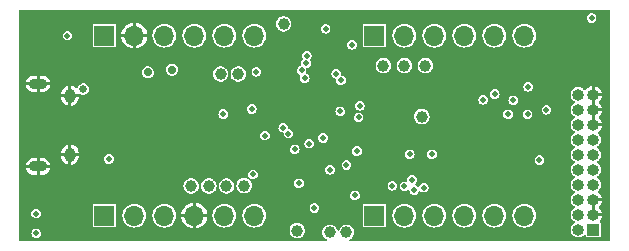
<source format=gbr>
%TF.GenerationSoftware,KiCad,Pcbnew,7.0.2*%
%TF.CreationDate,2023-05-12T00:45:21-04:00*%
%TF.ProjectId,H503-0.2,48353033-2d30-42e3-922e-6b696361645f,rev?*%
%TF.SameCoordinates,Original*%
%TF.FileFunction,Copper,L2,Inr*%
%TF.FilePolarity,Positive*%
%FSLAX46Y46*%
G04 Gerber Fmt 4.6, Leading zero omitted, Abs format (unit mm)*
G04 Created by KiCad (PCBNEW 7.0.2) date 2023-05-12 00:45:21*
%MOMM*%
%LPD*%
G01*
G04 APERTURE LIST*
%TA.AperFunction,ComponentPad*%
%ADD10C,1.000000*%
%TD*%
%TA.AperFunction,ComponentPad*%
%ADD11R,1.000000X1.000000*%
%TD*%
%TA.AperFunction,ComponentPad*%
%ADD12O,1.000000X1.000000*%
%TD*%
%TA.AperFunction,ComponentPad*%
%ADD13O,1.550000X0.890000*%
%TD*%
%TA.AperFunction,ComponentPad*%
%ADD14O,0.950000X1.250000*%
%TD*%
%TA.AperFunction,ComponentPad*%
%ADD15R,1.700000X1.700000*%
%TD*%
%TA.AperFunction,ComponentPad*%
%ADD16O,1.700000X1.700000*%
%TD*%
%TA.AperFunction,ViaPad*%
%ADD17C,0.508000*%
%TD*%
%TA.AperFunction,ViaPad*%
%ADD18C,0.711200*%
%TD*%
%TA.AperFunction,ViaPad*%
%ADD19C,0.660400*%
%TD*%
G04 APERTURE END LIST*
D10*
%TO.N,/PH1*%
%TO.C,TP1*%
X100540000Y-55110000D03*
%TD*%
%TO.N,/I2C2_SCL*%
%TO.C,TP3*%
X83500000Y-51500000D03*
%TD*%
D11*
%TO.N,+3.3V*%
%TO.C,J3*%
X115062000Y-64693800D03*
D12*
%TO.N,/SWDIO*%
X113792000Y-64693800D03*
%TO.N,GND*%
X115062000Y-63423800D03*
%TO.N,/SWCLK*%
X113792000Y-63423800D03*
%TO.N,GND*%
X115062000Y-62153800D03*
%TO.N,unconnected-(J3-Pin_6-Pad6)*%
X113792000Y-62153800D03*
%TO.N,unconnected-(J3-Pin_7-Pad7)*%
X115062000Y-60883800D03*
%TO.N,unconnected-(J3-Pin_8-Pad8)*%
X113792000Y-60883800D03*
%TO.N,unconnected-(J3-Pin_9-Pad9)*%
X115062000Y-59613800D03*
%TO.N,/nRESET*%
X113792000Y-59613800D03*
%TO.N,unconnected-(J3-Pin_11-Pad11)*%
X115062000Y-58343800D03*
%TO.N,/TRACECK*%
X113792000Y-58343800D03*
%TO.N,unconnected-(J3-Pin_13-Pad13)*%
X115062000Y-57073800D03*
%TO.N,/TRACED0*%
X113792000Y-57073800D03*
%TO.N,GND*%
X115062000Y-55803800D03*
%TO.N,/TRACED1*%
X113792000Y-55803800D03*
%TO.N,GND*%
X115062000Y-54533800D03*
%TO.N,/TRACED2*%
X113792000Y-54533800D03*
%TO.N,GND*%
X115062000Y-53263800D03*
%TO.N,/TRACED3*%
X113792000Y-53263800D03*
%TD*%
D10*
%TO.N,/PC13*%
%TO.C,TP7*%
X89992200Y-64770000D03*
%TD*%
%TO.N,/I3C2_SCL*%
%TO.C,TP14*%
X88830000Y-47260000D03*
%TD*%
%TO.N,/PC15*%
%TO.C,TP9*%
X94157800Y-64922400D03*
%TD*%
D13*
%TO.N,GND*%
%TO.C,J4*%
X68042000Y-59340000D03*
D14*
X70742000Y-58340000D03*
X70742000Y-53340000D03*
D13*
X68042000Y-52340000D03*
%TD*%
D10*
%TO.N,/I3C2_SDA*%
%TO.C,TP6*%
X84000000Y-61000000D03*
%TD*%
%TO.N,/ADC_INP5*%
%TO.C,TP11*%
X100838000Y-50800000D03*
%TD*%
%TO.N,/PC10*%
%TO.C,TP5*%
X82500000Y-61000000D03*
%TD*%
%TO.N,/PC14*%
%TO.C,TP8*%
X92760800Y-64922400D03*
%TD*%
%TO.N,/PB2*%
%TO.C,TP12*%
X99060000Y-50800000D03*
%TD*%
%TO.N,/I2C2_SDA*%
%TO.C,TP4*%
X85000000Y-51500000D03*
%TD*%
%TO.N,/PB4_TXD2*%
%TO.C,TP13*%
X85500000Y-60960000D03*
%TD*%
%TO.N,/ADC_INP4*%
%TO.C,TP2*%
X97282000Y-50800000D03*
%TD*%
%TO.N,/PA15_RXD2*%
%TO.C,TP10*%
X81000000Y-61000000D03*
%TD*%
D15*
%TO.N,/PA9_TXD*%
%TO.C,J1*%
X73660000Y-63500000D03*
D16*
%TO.N,/PA10_RXD*%
X76200000Y-63500000D03*
%TO.N,/I2C1_SDA*%
X78740000Y-63500000D03*
%TO.N,GND*%
X81280000Y-63500000D03*
%TO.N,/I2C1_SCL*%
X83820000Y-63500000D03*
%TO.N,/PA2*%
X86360000Y-63500000D03*
%TD*%
D15*
%TO.N,/PA0*%
%TO.C,J2*%
X96520000Y-63500000D03*
D16*
%TO.N,/PA1*%
X99060000Y-63500000D03*
%TO.N,/SPI1_SCK*%
X101600000Y-63500000D03*
%TO.N,/SPI1_NSS*%
X104140000Y-63500000D03*
%TO.N,/SPI1_MOSI*%
X106680000Y-63500000D03*
%TO.N,/SPI1_MISO*%
X109220000Y-63500000D03*
%TD*%
D15*
%TO.N,/OPAMP_VINM*%
%TO.C,J6*%
X96520000Y-48260000D03*
D16*
%TO.N,/OPAMP_VOUT*%
X99060000Y-48260000D03*
%TO.N,/OPAMP_VINP*%
X101600000Y-48260000D03*
%TO.N,/DAC_OUT1*%
X104140000Y-48260000D03*
%TO.N,+3.3V*%
X106680000Y-48260000D03*
%TO.N,/PA3*%
X109220000Y-48260000D03*
%TD*%
D15*
%TO.N,/VINunused*%
%TO.C,J5*%
X73660000Y-48260000D03*
D16*
%TO.N,GND*%
X76200000Y-48260000D03*
%TO.N,/PA8*%
X78740000Y-48260000D03*
%TO.N,/5VIN*%
X81280000Y-48260000D03*
%TO.N,/ADC_INP3*%
X83820000Y-48260000D03*
%TO.N,/DAC_OUT2*%
X86360000Y-48260000D03*
%TD*%
D17*
%TO.N,GND*%
X104050000Y-54800000D03*
X85225000Y-59825000D03*
X105350000Y-46925000D03*
X70600000Y-64900000D03*
X100325000Y-64750000D03*
X105400000Y-64650000D03*
X92150000Y-61275000D03*
X90925000Y-59975000D03*
%TO.N,+3.3V*%
X101395000Y-58300000D03*
%TO.N,/CLK_8*%
X99710000Y-60479601D03*
X94869492Y-61784365D03*
%TO.N,GND*%
X95890000Y-61830000D03*
X102145000Y-59275000D03*
X103320000Y-61170000D03*
%TO.N,+3.3V*%
X100695000Y-61125000D03*
%TO.N,GND*%
X83075000Y-58575000D03*
X89200000Y-52940000D03*
D18*
X75450000Y-51362500D03*
D17*
X93942200Y-47675000D03*
X102945000Y-58300000D03*
X112380000Y-61010000D03*
X102210000Y-51490000D03*
D19*
X71932800Y-57150000D03*
D17*
X67537200Y-48260000D03*
X105740000Y-51250000D03*
X69525000Y-63320000D03*
X111090000Y-52985000D03*
X91340000Y-55350000D03*
X96500000Y-49850000D03*
D19*
X69529800Y-57140000D03*
D17*
X75700000Y-58700000D03*
X83718400Y-53352400D03*
X91787656Y-49536800D03*
X96735000Y-55180000D03*
X95970000Y-57950000D03*
X93495000Y-58030000D03*
X100050000Y-49560000D03*
X91440000Y-64402000D03*
X114909600Y-50163200D03*
D18*
X79400000Y-53050000D03*
D17*
X89180000Y-63600000D03*
D19*
X73400000Y-53050000D03*
D17*
X73562500Y-56100000D03*
%TO.N,/VDDA*%
X95045000Y-58030000D03*
%TO.N,+3.3V*%
X92392200Y-47675000D03*
X83718400Y-54902400D03*
X111090000Y-54535000D03*
D18*
X77350000Y-51362500D03*
D17*
X109485000Y-54920000D03*
D18*
X79400000Y-51150000D03*
D17*
X110500000Y-58800000D03*
X95185000Y-55180000D03*
X67900000Y-65000000D03*
X91440000Y-62852000D03*
X99515000Y-58300000D03*
%TO.N,/nRESET*%
X94160000Y-59210000D03*
X114909600Y-46763200D03*
%TO.N,Net-(D1-A)*%
X70537200Y-48260000D03*
%TO.N,Net-(C11-Pad1)*%
X94620000Y-49040000D03*
%TO.N,Net-(C12-Pad1)*%
X90130000Y-60750000D03*
%TO.N,/SWDIO*%
X86136723Y-54465810D03*
%TO.N,/SWCLK*%
X87250000Y-56720000D03*
%TO.N,/TRACECK*%
X89781777Y-57891777D03*
%TO.N,/TRACED0*%
X91002969Y-57402969D03*
%TO.N,/TRACED1*%
X92180000Y-56919379D03*
%TO.N,/TRACED2*%
X89240432Y-56550199D03*
%TO.N,/TRACED3*%
X88810000Y-56050000D03*
%TO.N,Net-(J4-ID)*%
X74050000Y-58700000D03*
%TO.N,/SPI1_MOSI*%
X99889100Y-61329548D03*
%TO.N,/DAC_OUT2*%
X95275400Y-54190478D03*
%TO.N,/ADC_INP3*%
X93630000Y-54672603D03*
%TO.N,/ADC_INP5*%
X93690000Y-52040000D03*
%TO.N,/PB2*%
X93299418Y-51473700D03*
%TO.N,/SPI2_NSS*%
X90797910Y-49947219D03*
X109550000Y-52590000D03*
%TO.N,/SPI2_SCK*%
X90731438Y-50603763D03*
X106720000Y-53210000D03*
%TO.N,/SPI2_MISO*%
X90358939Y-51203149D03*
X108280000Y-53730000D03*
%TO.N,/SPI2_MOSI*%
X90630703Y-51863444D03*
X105740000Y-53695227D03*
%TO.N,/SW1*%
X67875000Y-63320000D03*
%TO.N,/NHOLD*%
X107835000Y-54920000D03*
%TO.N,/PA0*%
X98045149Y-60961726D03*
%TO.N,/PA1*%
X99060000Y-61024697D03*
%TO.N,/PA2*%
X92773488Y-59618976D03*
%TO.N,/PA8*%
X86533283Y-51326836D03*
%TO.N,/LED*%
X86242740Y-60016600D03*
D19*
%TO.N,/VBUS*%
X71875000Y-52775000D03*
%TD*%
%TA.AperFunction,Conductor*%
%TO.N,GND*%
G36*
X115188999Y-63121844D02*
G01*
X115174871Y-63113688D01*
X115090436Y-63098800D01*
X115033564Y-63098800D01*
X114949129Y-63113688D01*
X114935000Y-63121845D01*
X114935000Y-62455754D01*
X114949129Y-62463912D01*
X115033564Y-62478800D01*
X115090436Y-62478800D01*
X115174871Y-62463912D01*
X115188999Y-62455754D01*
X115188999Y-63121844D01*
G37*
%TD.AperFunction*%
%TA.AperFunction,Conductor*%
G36*
X115188999Y-55501844D02*
G01*
X115174871Y-55493688D01*
X115090436Y-55478800D01*
X115033564Y-55478800D01*
X114949129Y-55493688D01*
X114934999Y-55501845D01*
X114934999Y-54835754D01*
X114949129Y-54843912D01*
X115033564Y-54858800D01*
X115090436Y-54858800D01*
X115174871Y-54843912D01*
X115188999Y-54835754D01*
X115188999Y-55501844D01*
G37*
%TD.AperFunction*%
%TA.AperFunction,Conductor*%
G36*
X115188999Y-54231844D02*
G01*
X115174871Y-54223688D01*
X115090436Y-54208800D01*
X115033564Y-54208800D01*
X114949129Y-54223688D01*
X114934999Y-54231845D01*
X114934999Y-53565754D01*
X114949129Y-53573912D01*
X115033564Y-53588800D01*
X115090436Y-53588800D01*
X115174871Y-53573912D01*
X115188999Y-53565754D01*
X115188999Y-54231844D01*
G37*
%TD.AperFunction*%
%TA.AperFunction,Conductor*%
G36*
X116431592Y-46119123D02*
G01*
X116457356Y-46163747D01*
X116458500Y-46176827D01*
X116458500Y-65583173D01*
X116440877Y-65631592D01*
X116396253Y-65657356D01*
X116383173Y-65658500D01*
X94465814Y-65658500D01*
X94417395Y-65640877D01*
X94391631Y-65596253D01*
X94400579Y-65545510D01*
X94430804Y-65516475D01*
X94531413Y-65463672D01*
X94650092Y-65358532D01*
X94740160Y-65228046D01*
X94796384Y-65079797D01*
X94815495Y-64922400D01*
X94796384Y-64765003D01*
X94769380Y-64693800D01*
X113134305Y-64693800D01*
X113153416Y-64851198D01*
X113209638Y-64999444D01*
X113262236Y-65075644D01*
X113297895Y-65127306D01*
X113299709Y-65129933D01*
X113418384Y-65235070D01*
X113418385Y-65235070D01*
X113418387Y-65235072D01*
X113558778Y-65308756D01*
X113712724Y-65346700D01*
X113871276Y-65346700D01*
X114025222Y-65308756D01*
X114165613Y-65235072D01*
X114283824Y-65130345D01*
X114331750Y-65111430D01*
X114380625Y-65127747D01*
X114407578Y-65171662D01*
X114409100Y-65186727D01*
X114409100Y-65208854D01*
X114417971Y-65253458D01*
X114451766Y-65304035D01*
X114495550Y-65333290D01*
X114502342Y-65337828D01*
X114546943Y-65346700D01*
X115577056Y-65346699D01*
X115621658Y-65337828D01*
X115672234Y-65304034D01*
X115706028Y-65253458D01*
X115714900Y-65208857D01*
X115714899Y-64178744D01*
X115706028Y-64134142D01*
X115706028Y-64134141D01*
X115672234Y-64083565D01*
X115626452Y-64052975D01*
X115595984Y-64011421D01*
X115599354Y-63960005D01*
X115615038Y-63937078D01*
X115655233Y-63896883D01*
X115745628Y-63753020D01*
X115801747Y-63592639D01*
X115806461Y-63550800D01*
X115361634Y-63550800D01*
X115387000Y-63481106D01*
X115387000Y-63366494D01*
X115361634Y-63296800D01*
X115806460Y-63296800D01*
X115806461Y-63296799D01*
X115801747Y-63254960D01*
X115745628Y-63094579D01*
X115655231Y-62950713D01*
X115546582Y-62842064D01*
X115524806Y-62795365D01*
X115538142Y-62745594D01*
X115546582Y-62735536D01*
X115655231Y-62626886D01*
X115745628Y-62483020D01*
X115801747Y-62322639D01*
X115806461Y-62280800D01*
X115361634Y-62280800D01*
X115387000Y-62211106D01*
X115387000Y-62096494D01*
X115361634Y-62026800D01*
X115806460Y-62026800D01*
X115806461Y-62026799D01*
X115801747Y-61984960D01*
X115745628Y-61824579D01*
X115655231Y-61680713D01*
X115535087Y-61560569D01*
X115472540Y-61521268D01*
X115440919Y-61480585D01*
X115442846Y-61429095D01*
X115462661Y-61401108D01*
X115554292Y-61319932D01*
X115644360Y-61189446D01*
X115700584Y-61041197D01*
X115719695Y-60883800D01*
X115700584Y-60726403D01*
X115668041Y-60640595D01*
X115644361Y-60578155D01*
X115595832Y-60507849D01*
X115554292Y-60447668D01*
X115521626Y-60418729D01*
X115435613Y-60342528D01*
X115415066Y-60331744D01*
X115384111Y-60315497D01*
X115349430Y-60277393D01*
X115347355Y-60225908D01*
X115378859Y-60185134D01*
X115384099Y-60182108D01*
X115435613Y-60155072D01*
X115554292Y-60049932D01*
X115644360Y-59919446D01*
X115700584Y-59771197D01*
X115719695Y-59613800D01*
X115700584Y-59456403D01*
X115648965Y-59320295D01*
X115644361Y-59308155D01*
X115599011Y-59242455D01*
X115554292Y-59177668D01*
X115504199Y-59133290D01*
X115435612Y-59072527D01*
X115384112Y-59045497D01*
X115349429Y-59007391D01*
X115347355Y-58955906D01*
X115378860Y-58915133D01*
X115384091Y-58912112D01*
X115435613Y-58885072D01*
X115554292Y-58779932D01*
X115644360Y-58649446D01*
X115650487Y-58633292D01*
X115673469Y-58572693D01*
X115700584Y-58501197D01*
X115719695Y-58343800D01*
X115700584Y-58186403D01*
X115669633Y-58104793D01*
X115644361Y-58038155D01*
X115575898Y-57938970D01*
X115554292Y-57907668D01*
X115548677Y-57902694D01*
X115435613Y-57802528D01*
X115435611Y-57802527D01*
X115384111Y-57775497D01*
X115349430Y-57737393D01*
X115347355Y-57685908D01*
X115378859Y-57645134D01*
X115384099Y-57642108D01*
X115435613Y-57615072D01*
X115554292Y-57509932D01*
X115644360Y-57379446D01*
X115700584Y-57231197D01*
X115719695Y-57073800D01*
X115700584Y-56916403D01*
X115653537Y-56792351D01*
X115644361Y-56768155D01*
X115611122Y-56720000D01*
X115554292Y-56637668D01*
X115503526Y-56592693D01*
X115462666Y-56556494D01*
X115438110Y-56511195D01*
X115448417Y-56460709D01*
X115472542Y-56436329D01*
X115535087Y-56397030D01*
X115655231Y-56276886D01*
X115745628Y-56133020D01*
X115801747Y-55972639D01*
X115806461Y-55930800D01*
X115361634Y-55930800D01*
X115387000Y-55861106D01*
X115387000Y-55746494D01*
X115361634Y-55676800D01*
X115806460Y-55676800D01*
X115806461Y-55676799D01*
X115801747Y-55634960D01*
X115745628Y-55474579D01*
X115655231Y-55330713D01*
X115546582Y-55222064D01*
X115524806Y-55175365D01*
X115538142Y-55125594D01*
X115546582Y-55115536D01*
X115655231Y-55006886D01*
X115745628Y-54863020D01*
X115801747Y-54702639D01*
X115806461Y-54660800D01*
X115361634Y-54660800D01*
X115387000Y-54591106D01*
X115387000Y-54476494D01*
X115361634Y-54406800D01*
X115806460Y-54406800D01*
X115806461Y-54406799D01*
X115801747Y-54364960D01*
X115745628Y-54204579D01*
X115655231Y-54060713D01*
X115546581Y-53952063D01*
X115524805Y-53905364D01*
X115538141Y-53855593D01*
X115546581Y-53845534D01*
X115655233Y-53736883D01*
X115745628Y-53593020D01*
X115801747Y-53432639D01*
X115806461Y-53390800D01*
X115361634Y-53390800D01*
X115387000Y-53321106D01*
X115387000Y-53206494D01*
X115361634Y-53136800D01*
X115806460Y-53136800D01*
X115806461Y-53136799D01*
X115801747Y-53094960D01*
X115745628Y-52934579D01*
X115655231Y-52790713D01*
X115535086Y-52670568D01*
X115391220Y-52580171D01*
X115230840Y-52524052D01*
X115189000Y-52519337D01*
X115189000Y-52961845D01*
X115174871Y-52953688D01*
X115090436Y-52938800D01*
X115033564Y-52938800D01*
X114949129Y-52953688D01*
X114934999Y-52961845D01*
X114935000Y-52519337D01*
X114934999Y-52519337D01*
X114893159Y-52524052D01*
X114732779Y-52580171D01*
X114588913Y-52670568D01*
X114468769Y-52790712D01*
X114429533Y-52853157D01*
X114388850Y-52884778D01*
X114337360Y-52882851D01*
X114303759Y-52855871D01*
X114301886Y-52853157D01*
X114284292Y-52827668D01*
X114224841Y-52774999D01*
X114165615Y-52722529D01*
X114113956Y-52695416D01*
X114025222Y-52648844D01*
X114025219Y-52648843D01*
X113871276Y-52610900D01*
X113712724Y-52610900D01*
X113558780Y-52648843D01*
X113418384Y-52722529D01*
X113299709Y-52827666D01*
X113209638Y-52958155D01*
X113153416Y-53106401D01*
X113134305Y-53263799D01*
X113153416Y-53421198D01*
X113209638Y-53569444D01*
X113232589Y-53602694D01*
X113296460Y-53695227D01*
X113299709Y-53699933D01*
X113418385Y-53805071D01*
X113418387Y-53805072D01*
X113469888Y-53832102D01*
X113504569Y-53870206D01*
X113506644Y-53921691D01*
X113475140Y-53962464D01*
X113469888Y-53965497D01*
X113418386Y-53992528D01*
X113299709Y-54097666D01*
X113209638Y-54228155D01*
X113153416Y-54376401D01*
X113134305Y-54533800D01*
X113153416Y-54691198D01*
X113209638Y-54839444D01*
X113299709Y-54969933D01*
X113418387Y-55075072D01*
X113469887Y-55102102D01*
X113504570Y-55140208D01*
X113506644Y-55191693D01*
X113475139Y-55232466D01*
X113469887Y-55235498D01*
X113418387Y-55262527D01*
X113299709Y-55367666D01*
X113209638Y-55498155D01*
X113153416Y-55646401D01*
X113134305Y-55803799D01*
X113153416Y-55961198D01*
X113209638Y-56109444D01*
X113299709Y-56239933D01*
X113418387Y-56345072D01*
X113469887Y-56372102D01*
X113504570Y-56410208D01*
X113506644Y-56461693D01*
X113475139Y-56502466D01*
X113469887Y-56505498D01*
X113418387Y-56532527D01*
X113299709Y-56637666D01*
X113209638Y-56768155D01*
X113153416Y-56916401D01*
X113134305Y-57073800D01*
X113153416Y-57231198D01*
X113209638Y-57379444D01*
X113269685Y-57466436D01*
X113292830Y-57499968D01*
X113299709Y-57509933D01*
X113418387Y-57615072D01*
X113469887Y-57642102D01*
X113504570Y-57680208D01*
X113506644Y-57731693D01*
X113475139Y-57772466D01*
X113469887Y-57775498D01*
X113418387Y-57802527D01*
X113299709Y-57907666D01*
X113209638Y-58038155D01*
X113153416Y-58186401D01*
X113134305Y-58343799D01*
X113134305Y-58343800D01*
X113137087Y-58366709D01*
X113153416Y-58501198D01*
X113209638Y-58649444D01*
X113299709Y-58779933D01*
X113418385Y-58885071D01*
X113418387Y-58885072D01*
X113469888Y-58912102D01*
X113504569Y-58950206D01*
X113506644Y-59001691D01*
X113475140Y-59042464D01*
X113469888Y-59045497D01*
X113418386Y-59072528D01*
X113299709Y-59177666D01*
X113209638Y-59308155D01*
X113153416Y-59456401D01*
X113134305Y-59613800D01*
X113153416Y-59771198D01*
X113209638Y-59919444D01*
X113218992Y-59932995D01*
X113291972Y-60038725D01*
X113299709Y-60049933D01*
X113418387Y-60155072D01*
X113469887Y-60182102D01*
X113504570Y-60220208D01*
X113506644Y-60271693D01*
X113475139Y-60312466D01*
X113469887Y-60315498D01*
X113418387Y-60342527D01*
X113299709Y-60447666D01*
X113209638Y-60578155D01*
X113153416Y-60726401D01*
X113144164Y-60802601D01*
X113134305Y-60883800D01*
X113138406Y-60917576D01*
X113153416Y-61041198D01*
X113209638Y-61189444D01*
X113253029Y-61252306D01*
X113285358Y-61299143D01*
X113299709Y-61319933D01*
X113418387Y-61425072D01*
X113469887Y-61452102D01*
X113504570Y-61490208D01*
X113506644Y-61541693D01*
X113475139Y-61582466D01*
X113469887Y-61585498D01*
X113418387Y-61612527D01*
X113299709Y-61717666D01*
X113209638Y-61848155D01*
X113153416Y-61996401D01*
X113134305Y-62153800D01*
X113153416Y-62311198D01*
X113209638Y-62459444D01*
X113299709Y-62589933D01*
X113418387Y-62695072D01*
X113469887Y-62722102D01*
X113504570Y-62760208D01*
X113506644Y-62811693D01*
X113475139Y-62852466D01*
X113469887Y-62855498D01*
X113418387Y-62882527D01*
X113299709Y-62987666D01*
X113209638Y-63118155D01*
X113153416Y-63266401D01*
X113153415Y-63266403D01*
X113153416Y-63266403D01*
X113134305Y-63423800D01*
X113137159Y-63447306D01*
X113153416Y-63581198D01*
X113209638Y-63729444D01*
X113299709Y-63859933D01*
X113418385Y-63965071D01*
X113418387Y-63965072D01*
X113469888Y-63992102D01*
X113504569Y-64030206D01*
X113506644Y-64081691D01*
X113475140Y-64122464D01*
X113469888Y-64125497D01*
X113418386Y-64152528D01*
X113299709Y-64257666D01*
X113209638Y-64388155D01*
X113153416Y-64536401D01*
X113134305Y-64693800D01*
X94769380Y-64693800D01*
X94759106Y-64666709D01*
X94740161Y-64616755D01*
X94705407Y-64566405D01*
X94650092Y-64486268D01*
X94650090Y-64486266D01*
X94531415Y-64381129D01*
X94520237Y-64375262D01*
X94500789Y-64365055D01*
X95517100Y-64365055D01*
X95525971Y-64409658D01*
X95559766Y-64460235D01*
X95608046Y-64492494D01*
X95610342Y-64494028D01*
X95654943Y-64502900D01*
X97385056Y-64502899D01*
X97429658Y-64494028D01*
X97480234Y-64460234D01*
X97514028Y-64409658D01*
X97522900Y-64365057D01*
X97522899Y-63500000D01*
X98052247Y-63500000D01*
X98071610Y-63696604D01*
X98128955Y-63885645D01*
X98181408Y-63983778D01*
X98222084Y-64059878D01*
X98347411Y-64212589D01*
X98500122Y-64337916D01*
X98634343Y-64409658D01*
X98674354Y-64431044D01*
X98863395Y-64488389D01*
X98898650Y-64491861D01*
X99060000Y-64507753D01*
X99240426Y-64489982D01*
X99256604Y-64488389D01*
X99445645Y-64431044D01*
X99445647Y-64431042D01*
X99445650Y-64431042D01*
X99619878Y-64337916D01*
X99772589Y-64212589D01*
X99897916Y-64059878D01*
X99991042Y-63885650D01*
X99998844Y-63859933D01*
X100048389Y-63696604D01*
X100055244Y-63627000D01*
X100067753Y-63500000D01*
X100592247Y-63500000D01*
X100611610Y-63696604D01*
X100668955Y-63885645D01*
X100721408Y-63983778D01*
X100762084Y-64059878D01*
X100887411Y-64212589D01*
X101040122Y-64337916D01*
X101174343Y-64409658D01*
X101214354Y-64431044D01*
X101403395Y-64488389D01*
X101435749Y-64491575D01*
X101600000Y-64507753D01*
X101778976Y-64490125D01*
X101796604Y-64488389D01*
X101985645Y-64431044D01*
X101985647Y-64431042D01*
X101985650Y-64431042D01*
X102159878Y-64337916D01*
X102312589Y-64212589D01*
X102437916Y-64059878D01*
X102531042Y-63885650D01*
X102538844Y-63859933D01*
X102588389Y-63696604D01*
X102595244Y-63627000D01*
X102607753Y-63500000D01*
X103132247Y-63500000D01*
X103151610Y-63696604D01*
X103208955Y-63885645D01*
X103261408Y-63983778D01*
X103302084Y-64059878D01*
X103427411Y-64212589D01*
X103580122Y-64337916D01*
X103714343Y-64409658D01*
X103754354Y-64431044D01*
X103943395Y-64488389D01*
X103975749Y-64491575D01*
X104140000Y-64507753D01*
X104318976Y-64490125D01*
X104336604Y-64488389D01*
X104525645Y-64431044D01*
X104525647Y-64431042D01*
X104525650Y-64431042D01*
X104699878Y-64337916D01*
X104852589Y-64212589D01*
X104977916Y-64059878D01*
X105071042Y-63885650D01*
X105078844Y-63859933D01*
X105128389Y-63696604D01*
X105135244Y-63627000D01*
X105147753Y-63500000D01*
X105672247Y-63500000D01*
X105691610Y-63696604D01*
X105748955Y-63885645D01*
X105801408Y-63983778D01*
X105842084Y-64059878D01*
X105967411Y-64212589D01*
X106120122Y-64337916D01*
X106254343Y-64409658D01*
X106294354Y-64431044D01*
X106483395Y-64488389D01*
X106515749Y-64491575D01*
X106680000Y-64507753D01*
X106858976Y-64490125D01*
X106876604Y-64488389D01*
X107065645Y-64431044D01*
X107065647Y-64431042D01*
X107065650Y-64431042D01*
X107239878Y-64337916D01*
X107392589Y-64212589D01*
X107517916Y-64059878D01*
X107611042Y-63885650D01*
X107618844Y-63859933D01*
X107668389Y-63696604D01*
X107675244Y-63627000D01*
X107687753Y-63500000D01*
X107687753Y-63499999D01*
X108212247Y-63499999D01*
X108231610Y-63696604D01*
X108288955Y-63885645D01*
X108341408Y-63983778D01*
X108382084Y-64059878D01*
X108507411Y-64212589D01*
X108660122Y-64337916D01*
X108794343Y-64409658D01*
X108834354Y-64431044D01*
X109023395Y-64488389D01*
X109058650Y-64491861D01*
X109220000Y-64507753D01*
X109400426Y-64489982D01*
X109416604Y-64488389D01*
X109605645Y-64431044D01*
X109605647Y-64431042D01*
X109605650Y-64431042D01*
X109779878Y-64337916D01*
X109932589Y-64212589D01*
X110057916Y-64059878D01*
X110151042Y-63885650D01*
X110158844Y-63859933D01*
X110208389Y-63696604D01*
X110215244Y-63627000D01*
X110227753Y-63500000D01*
X110208389Y-63303397D01*
X110208389Y-63303395D01*
X110151044Y-63114354D01*
X110140246Y-63094152D01*
X110057916Y-62940122D01*
X109932589Y-62787411D01*
X109779878Y-62662084D01*
X109729095Y-62634940D01*
X109605645Y-62568955D01*
X109416604Y-62511610D01*
X109220000Y-62492247D01*
X109023395Y-62511610D01*
X108834354Y-62568955D01*
X108660121Y-62662084D01*
X108507411Y-62787411D01*
X108382084Y-62940121D01*
X108288955Y-63114354D01*
X108231610Y-63303395D01*
X108212247Y-63499999D01*
X107687753Y-63499999D01*
X107668389Y-63303397D01*
X107668389Y-63303395D01*
X107611044Y-63114354D01*
X107600246Y-63094152D01*
X107517916Y-62940122D01*
X107392589Y-62787411D01*
X107239878Y-62662084D01*
X107189095Y-62634940D01*
X107065645Y-62568955D01*
X106876604Y-62511610D01*
X106680000Y-62492247D01*
X106483395Y-62511610D01*
X106294354Y-62568955D01*
X106120121Y-62662084D01*
X105967411Y-62787411D01*
X105842084Y-62940121D01*
X105748955Y-63114354D01*
X105691610Y-63303395D01*
X105672247Y-63500000D01*
X105147753Y-63500000D01*
X105128389Y-63303397D01*
X105128389Y-63303395D01*
X105071044Y-63114354D01*
X105060246Y-63094152D01*
X104977916Y-62940122D01*
X104852589Y-62787411D01*
X104699878Y-62662084D01*
X104649095Y-62634940D01*
X104525645Y-62568955D01*
X104336604Y-62511610D01*
X104156176Y-62493840D01*
X104140000Y-62492247D01*
X104139999Y-62492247D01*
X103943395Y-62511610D01*
X103754354Y-62568955D01*
X103580121Y-62662084D01*
X103427411Y-62787411D01*
X103302084Y-62940121D01*
X103208955Y-63114354D01*
X103151610Y-63303395D01*
X103132247Y-63500000D01*
X102607753Y-63500000D01*
X102588389Y-63303397D01*
X102588389Y-63303395D01*
X102531044Y-63114354D01*
X102520246Y-63094152D01*
X102437916Y-62940122D01*
X102312589Y-62787411D01*
X102159878Y-62662084D01*
X102109095Y-62634940D01*
X101985645Y-62568955D01*
X101796604Y-62511610D01*
X101600000Y-62492247D01*
X101403395Y-62511610D01*
X101214354Y-62568955D01*
X101040121Y-62662084D01*
X100887411Y-62787411D01*
X100762084Y-62940121D01*
X100668955Y-63114354D01*
X100611610Y-63303395D01*
X100592247Y-63500000D01*
X100067753Y-63500000D01*
X100048389Y-63303397D01*
X100048389Y-63303395D01*
X99991044Y-63114354D01*
X99980246Y-63094152D01*
X99897916Y-62940122D01*
X99772589Y-62787411D01*
X99619878Y-62662084D01*
X99569095Y-62634940D01*
X99445645Y-62568955D01*
X99256604Y-62511610D01*
X99060000Y-62492247D01*
X98863395Y-62511610D01*
X98674354Y-62568955D01*
X98500121Y-62662084D01*
X98347411Y-62787411D01*
X98222084Y-62940121D01*
X98128955Y-63114354D01*
X98071610Y-63303395D01*
X98052247Y-63500000D01*
X97522899Y-63500000D01*
X97522899Y-62634944D01*
X97517908Y-62609849D01*
X97514028Y-62590341D01*
X97480233Y-62539764D01*
X97429657Y-62505971D01*
X97385059Y-62497100D01*
X95654944Y-62497100D01*
X95610341Y-62505971D01*
X95559764Y-62539766D01*
X95525971Y-62590342D01*
X95517100Y-62634940D01*
X95517100Y-64365055D01*
X94500789Y-64365055D01*
X94391022Y-64307444D01*
X94391019Y-64307443D01*
X94237076Y-64269500D01*
X94078524Y-64269500D01*
X93924580Y-64307443D01*
X93784184Y-64381129D01*
X93665509Y-64486266D01*
X93575438Y-64616755D01*
X93529732Y-64737275D01*
X93496084Y-64776299D01*
X93445225Y-64784564D01*
X93400951Y-64758204D01*
X93388868Y-64737275D01*
X93343161Y-64616755D01*
X93308407Y-64566405D01*
X93253092Y-64486268D01*
X93253090Y-64486266D01*
X93134415Y-64381129D01*
X93123237Y-64375262D01*
X92994022Y-64307444D01*
X92994019Y-64307443D01*
X92840076Y-64269500D01*
X92681524Y-64269500D01*
X92527580Y-64307443D01*
X92387184Y-64381129D01*
X92268509Y-64486266D01*
X92178438Y-64616755D01*
X92122216Y-64765001D01*
X92103105Y-64922400D01*
X92122216Y-65079798D01*
X92178438Y-65228044D01*
X92268509Y-65358533D01*
X92387184Y-65463670D01*
X92387185Y-65463670D01*
X92387187Y-65463672D01*
X92487794Y-65516475D01*
X92522476Y-65554581D01*
X92524550Y-65606066D01*
X92493045Y-65646839D01*
X92452786Y-65658500D01*
X66496827Y-65658500D01*
X66448408Y-65640877D01*
X66422644Y-65596253D01*
X66421500Y-65583173D01*
X66421500Y-65000000D01*
X67488028Y-65000000D01*
X67508191Y-65127306D01*
X67566708Y-65242151D01*
X67657849Y-65333292D01*
X67772694Y-65391809D01*
X67900000Y-65411972D01*
X68027306Y-65391809D01*
X68142151Y-65333292D01*
X68233292Y-65242151D01*
X68291809Y-65127306D01*
X68311972Y-65000000D01*
X68291809Y-64872694D01*
X68239483Y-64770000D01*
X89334505Y-64770000D01*
X89353616Y-64927398D01*
X89409838Y-65075644D01*
X89499909Y-65206133D01*
X89618584Y-65311270D01*
X89618585Y-65311270D01*
X89618587Y-65311272D01*
X89758978Y-65384956D01*
X89912924Y-65422900D01*
X90071476Y-65422900D01*
X90225422Y-65384956D01*
X90365813Y-65311272D01*
X90484492Y-65206132D01*
X90574560Y-65075646D01*
X90630784Y-64927397D01*
X90649895Y-64770000D01*
X90630784Y-64612603D01*
X90601884Y-64536401D01*
X90574561Y-64464355D01*
X90536805Y-64409657D01*
X90484492Y-64333868D01*
X90484490Y-64333866D01*
X90365815Y-64228729D01*
X90335061Y-64212588D01*
X90225422Y-64155044D01*
X90225419Y-64155043D01*
X90071476Y-64117100D01*
X89912924Y-64117100D01*
X89758980Y-64155043D01*
X89618584Y-64228729D01*
X89499909Y-64333866D01*
X89409838Y-64464355D01*
X89353616Y-64612601D01*
X89334505Y-64770000D01*
X68239483Y-64770000D01*
X68233292Y-64757849D01*
X68142151Y-64666708D01*
X68027306Y-64608191D01*
X67900000Y-64588028D01*
X67772693Y-64608191D01*
X67657847Y-64666709D01*
X67566709Y-64757847D01*
X67508191Y-64872693D01*
X67508190Y-64872694D01*
X67508191Y-64872694D01*
X67488028Y-65000000D01*
X66421500Y-65000000D01*
X66421500Y-64365055D01*
X72657100Y-64365055D01*
X72665971Y-64409658D01*
X72699766Y-64460235D01*
X72748046Y-64492494D01*
X72750342Y-64494028D01*
X72794943Y-64502900D01*
X74525056Y-64502899D01*
X74569658Y-64494028D01*
X74620234Y-64460234D01*
X74654028Y-64409658D01*
X74662900Y-64365057D01*
X74662899Y-63499999D01*
X75192247Y-63499999D01*
X75211610Y-63696604D01*
X75268955Y-63885645D01*
X75321408Y-63983778D01*
X75362084Y-64059878D01*
X75487411Y-64212589D01*
X75640122Y-64337916D01*
X75774343Y-64409658D01*
X75814354Y-64431044D01*
X76003395Y-64488389D01*
X76035749Y-64491575D01*
X76200000Y-64507753D01*
X76378976Y-64490125D01*
X76396604Y-64488389D01*
X76585645Y-64431044D01*
X76585647Y-64431042D01*
X76585650Y-64431042D01*
X76759878Y-64337916D01*
X76912589Y-64212589D01*
X77037916Y-64059878D01*
X77131042Y-63885650D01*
X77138844Y-63859933D01*
X77188389Y-63696604D01*
X77195244Y-63627000D01*
X77207753Y-63500000D01*
X77732247Y-63500000D01*
X77751610Y-63696604D01*
X77808955Y-63885645D01*
X77861408Y-63983778D01*
X77902084Y-64059878D01*
X78027411Y-64212589D01*
X78180122Y-64337916D01*
X78314343Y-64409658D01*
X78354354Y-64431044D01*
X78543395Y-64488389D01*
X78578650Y-64491861D01*
X78740000Y-64507753D01*
X78920426Y-64489982D01*
X78936604Y-64488389D01*
X79125645Y-64431044D01*
X79125647Y-64431042D01*
X79125650Y-64431042D01*
X79299878Y-64337916D01*
X79452589Y-64212589D01*
X79577916Y-64059878D01*
X79671042Y-63885650D01*
X79678844Y-63859933D01*
X79728389Y-63696604D01*
X79735244Y-63627000D01*
X79747753Y-63500000D01*
X79735244Y-63372999D01*
X80183037Y-63372999D01*
X80183038Y-63373000D01*
X80796182Y-63373000D01*
X80780000Y-63428111D01*
X80780000Y-63571889D01*
X80796182Y-63627000D01*
X80183038Y-63627000D01*
X80190148Y-63703731D01*
X80246139Y-63900518D01*
X80337338Y-64083670D01*
X80460640Y-64246949D01*
X80611840Y-64384786D01*
X80785795Y-64492494D01*
X80976582Y-64566405D01*
X81152999Y-64599382D01*
X81153000Y-64599382D01*
X81153000Y-63986881D01*
X81244237Y-64000000D01*
X81315763Y-64000000D01*
X81407000Y-63986881D01*
X81407000Y-64599382D01*
X81583417Y-64566405D01*
X81774204Y-64492494D01*
X81948159Y-64384786D01*
X82099359Y-64246949D01*
X82222661Y-64083670D01*
X82313860Y-63900518D01*
X82369851Y-63703731D01*
X82376962Y-63627000D01*
X81763818Y-63627000D01*
X81780000Y-63571889D01*
X81780000Y-63499999D01*
X82812247Y-63499999D01*
X82831610Y-63696604D01*
X82888955Y-63885645D01*
X82941408Y-63983778D01*
X82982084Y-64059878D01*
X83107411Y-64212589D01*
X83260122Y-64337916D01*
X83394343Y-64409658D01*
X83434354Y-64431044D01*
X83623395Y-64488389D01*
X83655749Y-64491575D01*
X83820000Y-64507753D01*
X83998976Y-64490125D01*
X84016604Y-64488389D01*
X84205645Y-64431044D01*
X84205647Y-64431042D01*
X84205650Y-64431042D01*
X84379878Y-64337916D01*
X84532589Y-64212589D01*
X84657916Y-64059878D01*
X84751042Y-63885650D01*
X84758844Y-63859933D01*
X84808389Y-63696604D01*
X84815244Y-63627000D01*
X84827753Y-63500000D01*
X84827753Y-63499999D01*
X85352247Y-63499999D01*
X85371610Y-63696604D01*
X85428955Y-63885645D01*
X85481408Y-63983778D01*
X85522084Y-64059878D01*
X85647411Y-64212589D01*
X85800122Y-64337916D01*
X85934343Y-64409658D01*
X85974354Y-64431044D01*
X86163395Y-64488389D01*
X86195749Y-64491575D01*
X86360000Y-64507753D01*
X86538976Y-64490125D01*
X86556604Y-64488389D01*
X86745645Y-64431044D01*
X86745647Y-64431042D01*
X86745650Y-64431042D01*
X86919878Y-64337916D01*
X87072589Y-64212589D01*
X87197916Y-64059878D01*
X87291042Y-63885650D01*
X87298844Y-63859933D01*
X87348389Y-63696604D01*
X87355244Y-63627000D01*
X87367753Y-63500000D01*
X87348389Y-63303397D01*
X87348389Y-63303395D01*
X87291044Y-63114354D01*
X87280246Y-63094152D01*
X87197916Y-62940122D01*
X87125596Y-62852000D01*
X91028028Y-62852000D01*
X91048191Y-62979306D01*
X91106708Y-63094151D01*
X91197849Y-63185292D01*
X91312694Y-63243809D01*
X91440000Y-63263972D01*
X91567306Y-63243809D01*
X91682151Y-63185292D01*
X91773292Y-63094151D01*
X91831809Y-62979306D01*
X91851972Y-62852000D01*
X91831809Y-62724694D01*
X91773292Y-62609849D01*
X91682151Y-62518708D01*
X91567306Y-62460191D01*
X91440000Y-62440028D01*
X91312693Y-62460191D01*
X91197847Y-62518709D01*
X91106709Y-62609847D01*
X91048191Y-62724693D01*
X91038258Y-62787411D01*
X91028028Y-62852000D01*
X87125596Y-62852000D01*
X87072589Y-62787411D01*
X86919878Y-62662084D01*
X86869095Y-62634940D01*
X86745645Y-62568955D01*
X86556604Y-62511610D01*
X86360000Y-62492247D01*
X86163395Y-62511610D01*
X85974354Y-62568955D01*
X85800121Y-62662084D01*
X85647411Y-62787411D01*
X85522084Y-62940121D01*
X85428955Y-63114354D01*
X85371610Y-63303395D01*
X85352247Y-63499999D01*
X84827753Y-63499999D01*
X84808389Y-63303397D01*
X84808389Y-63303395D01*
X84751044Y-63114354D01*
X84740246Y-63094152D01*
X84657916Y-62940122D01*
X84532589Y-62787411D01*
X84379878Y-62662084D01*
X84329095Y-62634940D01*
X84205645Y-62568955D01*
X84016604Y-62511610D01*
X83836176Y-62493840D01*
X83820000Y-62492247D01*
X83819999Y-62492247D01*
X83623395Y-62511610D01*
X83434354Y-62568955D01*
X83260121Y-62662084D01*
X83107411Y-62787411D01*
X82982084Y-62940121D01*
X82888955Y-63114354D01*
X82831610Y-63303395D01*
X82812247Y-63499999D01*
X81780000Y-63499999D01*
X81780000Y-63428111D01*
X81763818Y-63373000D01*
X82376962Y-63373000D01*
X82376962Y-63372999D01*
X82369851Y-63296268D01*
X82313860Y-63099481D01*
X82222661Y-62916329D01*
X82099359Y-62753050D01*
X81948159Y-62615213D01*
X81774204Y-62507505D01*
X81583418Y-62433594D01*
X81407000Y-62400616D01*
X81407000Y-63013118D01*
X81315763Y-63000000D01*
X81244237Y-63000000D01*
X81153000Y-63013118D01*
X81153000Y-62400616D01*
X81152999Y-62400616D01*
X80976581Y-62433594D01*
X80785795Y-62507505D01*
X80611840Y-62615213D01*
X80460640Y-62753050D01*
X80337338Y-62916329D01*
X80246139Y-63099481D01*
X80190148Y-63296268D01*
X80183037Y-63372999D01*
X79735244Y-63372999D01*
X79728389Y-63303397D01*
X79728389Y-63303395D01*
X79671044Y-63114354D01*
X79660246Y-63094152D01*
X79577916Y-62940122D01*
X79452589Y-62787411D01*
X79299878Y-62662084D01*
X79249095Y-62634940D01*
X79125645Y-62568955D01*
X78936604Y-62511610D01*
X78740000Y-62492247D01*
X78543395Y-62511610D01*
X78354354Y-62568955D01*
X78180121Y-62662084D01*
X78027411Y-62787411D01*
X77902084Y-62940121D01*
X77808955Y-63114354D01*
X77751610Y-63303395D01*
X77732247Y-63500000D01*
X77207753Y-63500000D01*
X77188389Y-63303397D01*
X77188389Y-63303395D01*
X77131044Y-63114354D01*
X77120246Y-63094152D01*
X77037916Y-62940122D01*
X76912589Y-62787411D01*
X76759878Y-62662084D01*
X76709095Y-62634940D01*
X76585645Y-62568955D01*
X76396604Y-62511610D01*
X76200000Y-62492247D01*
X76003395Y-62511610D01*
X75814354Y-62568955D01*
X75640121Y-62662084D01*
X75487411Y-62787411D01*
X75362084Y-62940121D01*
X75268955Y-63114354D01*
X75211610Y-63303395D01*
X75192247Y-63499999D01*
X74662899Y-63499999D01*
X74662899Y-62634944D01*
X74657908Y-62609849D01*
X74654028Y-62590341D01*
X74620233Y-62539764D01*
X74569657Y-62505971D01*
X74525059Y-62497100D01*
X72794944Y-62497100D01*
X72750341Y-62505971D01*
X72699764Y-62539766D01*
X72665971Y-62590342D01*
X72657100Y-62634940D01*
X72657100Y-64365055D01*
X66421500Y-64365055D01*
X66421500Y-63320000D01*
X67463028Y-63320000D01*
X67483191Y-63447306D01*
X67541708Y-63562151D01*
X67632849Y-63653292D01*
X67747694Y-63711809D01*
X67875000Y-63731972D01*
X68002306Y-63711809D01*
X68117151Y-63653292D01*
X68208292Y-63562151D01*
X68266809Y-63447306D01*
X68286972Y-63320000D01*
X68266809Y-63192694D01*
X68208292Y-63077849D01*
X68117151Y-62986708D01*
X68002306Y-62928191D01*
X67875000Y-62908028D01*
X67747693Y-62928191D01*
X67632847Y-62986709D01*
X67541709Y-63077847D01*
X67483191Y-63192693D01*
X67483190Y-63192694D01*
X67483191Y-63192694D01*
X67463028Y-63320000D01*
X66421500Y-63320000D01*
X66421500Y-61784365D01*
X94457520Y-61784365D01*
X94477683Y-61911671D01*
X94536200Y-62026516D01*
X94627341Y-62117657D01*
X94742186Y-62176174D01*
X94869492Y-62196337D01*
X94996798Y-62176174D01*
X95111643Y-62117657D01*
X95202784Y-62026516D01*
X95261301Y-61911671D01*
X95281464Y-61784365D01*
X95261301Y-61657059D01*
X95202784Y-61542214D01*
X95111643Y-61451073D01*
X94996798Y-61392556D01*
X94869492Y-61372393D01*
X94742185Y-61392556D01*
X94627339Y-61451074D01*
X94536201Y-61542212D01*
X94477683Y-61657058D01*
X94467499Y-61721357D01*
X94457520Y-61784365D01*
X66421500Y-61784365D01*
X66421500Y-60999999D01*
X80342305Y-60999999D01*
X80361416Y-61157398D01*
X80417638Y-61305644D01*
X80463712Y-61372393D01*
X80494160Y-61416505D01*
X80507709Y-61436133D01*
X80626384Y-61541270D01*
X80626385Y-61541270D01*
X80626387Y-61541272D01*
X80766778Y-61614956D01*
X80920724Y-61652900D01*
X81079276Y-61652900D01*
X81233222Y-61614956D01*
X81373613Y-61541272D01*
X81492292Y-61436132D01*
X81582360Y-61305646D01*
X81586392Y-61295016D01*
X81620956Y-61203877D01*
X81638584Y-61157397D01*
X81657695Y-61000000D01*
X81657695Y-60999999D01*
X81842305Y-60999999D01*
X81861416Y-61157398D01*
X81917638Y-61305644D01*
X81963712Y-61372393D01*
X81994160Y-61416505D01*
X82007709Y-61436133D01*
X82126384Y-61541270D01*
X82126385Y-61541270D01*
X82126387Y-61541272D01*
X82266778Y-61614956D01*
X82420724Y-61652900D01*
X82579276Y-61652900D01*
X82733222Y-61614956D01*
X82873613Y-61541272D01*
X82992292Y-61436132D01*
X83082360Y-61305646D01*
X83086392Y-61295016D01*
X83120956Y-61203877D01*
X83138584Y-61157397D01*
X83157695Y-61000000D01*
X83342305Y-61000000D01*
X83361416Y-61157398D01*
X83417638Y-61305644D01*
X83463712Y-61372393D01*
X83494160Y-61416505D01*
X83507709Y-61436133D01*
X83626384Y-61541270D01*
X83626385Y-61541270D01*
X83626387Y-61541272D01*
X83766778Y-61614956D01*
X83920724Y-61652900D01*
X84079276Y-61652900D01*
X84233222Y-61614956D01*
X84373613Y-61541272D01*
X84492292Y-61436132D01*
X84582360Y-61305646D01*
X84586392Y-61295016D01*
X84620956Y-61203877D01*
X84638584Y-61157397D01*
X84657695Y-61000000D01*
X84652838Y-60960000D01*
X84842305Y-60960000D01*
X84861416Y-61117398D01*
X84917638Y-61265644D01*
X85007709Y-61396133D01*
X85126384Y-61501270D01*
X85126385Y-61501270D01*
X85126387Y-61501272D01*
X85266778Y-61574956D01*
X85420724Y-61612900D01*
X85579276Y-61612900D01*
X85733222Y-61574956D01*
X85873613Y-61501272D01*
X85992292Y-61396132D01*
X86082360Y-61265646D01*
X86138584Y-61117397D01*
X86157695Y-60960000D01*
X86138584Y-60802603D01*
X86118634Y-60750000D01*
X89718028Y-60750000D01*
X89738191Y-60877306D01*
X89796708Y-60992151D01*
X89887849Y-61083292D01*
X90002694Y-61141809D01*
X90130000Y-61161972D01*
X90257306Y-61141809D01*
X90372151Y-61083292D01*
X90463292Y-60992151D01*
X90478794Y-60961726D01*
X97633177Y-60961726D01*
X97653340Y-61089032D01*
X97711857Y-61203877D01*
X97802998Y-61295018D01*
X97917843Y-61353535D01*
X98045149Y-61373698D01*
X98172455Y-61353535D01*
X98287300Y-61295018D01*
X98378441Y-61203877D01*
X98436958Y-61089032D01*
X98447148Y-61024697D01*
X98648028Y-61024697D01*
X98668191Y-61152003D01*
X98726708Y-61266848D01*
X98817849Y-61357989D01*
X98932694Y-61416506D01*
X99060000Y-61436669D01*
X99187306Y-61416506D01*
X99302151Y-61357989D01*
X99352557Y-61307582D01*
X99399253Y-61285808D01*
X99449024Y-61299143D01*
X99478579Y-61341351D01*
X99480218Y-61349063D01*
X99497291Y-61456854D01*
X99555808Y-61571699D01*
X99646949Y-61662840D01*
X99761794Y-61721357D01*
X99889100Y-61741520D01*
X100016406Y-61721357D01*
X100131251Y-61662840D01*
X100222392Y-61571699D01*
X100280909Y-61456854D01*
X100281094Y-61455680D01*
X100286193Y-61446482D01*
X100286325Y-61446224D01*
X100286334Y-61446228D01*
X100306074Y-61410616D01*
X100354178Y-61392149D01*
X100402898Y-61408924D01*
X100408758Y-61414200D01*
X100452849Y-61458292D01*
X100567694Y-61516809D01*
X100695000Y-61536972D01*
X100822306Y-61516809D01*
X100937151Y-61458292D01*
X101028292Y-61367151D01*
X101086809Y-61252306D01*
X101106972Y-61125000D01*
X101086809Y-60997694D01*
X101028292Y-60882849D01*
X100937151Y-60791708D01*
X100822306Y-60733191D01*
X100695000Y-60713028D01*
X100567693Y-60733191D01*
X100452847Y-60791709D01*
X100361709Y-60882847D01*
X100303190Y-60997696D01*
X100303004Y-60998871D01*
X100297908Y-61008062D01*
X100297775Y-61008324D01*
X100297765Y-61008319D01*
X100278020Y-61043936D01*
X100229914Y-61062398D01*
X100181196Y-61045619D01*
X100175341Y-61040346D01*
X100131252Y-60996257D01*
X100131251Y-60996256D01*
X100016406Y-60937739D01*
X100016404Y-60937738D01*
X100016403Y-60937738D01*
X99999175Y-60935009D01*
X99954110Y-60910027D01*
X99935645Y-60861923D01*
X99952422Y-60813204D01*
X99957678Y-60807365D01*
X100043292Y-60721752D01*
X100101809Y-60606907D01*
X100121972Y-60479601D01*
X100101809Y-60352295D01*
X100043292Y-60237450D01*
X99952151Y-60146309D01*
X99837306Y-60087792D01*
X99710000Y-60067629D01*
X99582693Y-60087792D01*
X99467847Y-60146310D01*
X99376709Y-60237448D01*
X99318191Y-60352294D01*
X99298028Y-60479601D01*
X99311030Y-60561695D01*
X99301198Y-60612275D01*
X99261154Y-60644701D01*
X99209635Y-60643802D01*
X99202433Y-60640595D01*
X99187308Y-60632889D01*
X99187307Y-60632888D01*
X99187306Y-60632888D01*
X99060000Y-60612725D01*
X98932693Y-60632888D01*
X98817847Y-60691406D01*
X98726709Y-60782544D01*
X98668191Y-60897390D01*
X98651940Y-61000000D01*
X98648028Y-61024697D01*
X98447148Y-61024697D01*
X98457121Y-60961726D01*
X98436958Y-60834420D01*
X98378441Y-60719575D01*
X98287300Y-60628434D01*
X98172455Y-60569917D01*
X98045149Y-60549754D01*
X98045148Y-60549754D01*
X97917842Y-60569917D01*
X97802996Y-60628435D01*
X97711858Y-60719573D01*
X97653340Y-60834419D01*
X97641365Y-60910027D01*
X97633177Y-60961726D01*
X90478794Y-60961726D01*
X90521809Y-60877306D01*
X90541972Y-60750000D01*
X90521809Y-60622694D01*
X90463292Y-60507849D01*
X90372151Y-60416708D01*
X90257306Y-60358191D01*
X90130000Y-60338028D01*
X90129999Y-60338028D01*
X90002693Y-60358191D01*
X89887847Y-60416709D01*
X89796709Y-60507847D01*
X89738191Y-60622693D01*
X89738190Y-60622694D01*
X89738191Y-60622694D01*
X89718028Y-60750000D01*
X86118634Y-60750000D01*
X86107921Y-60721751D01*
X86082361Y-60654355D01*
X86038143Y-60590295D01*
X85992292Y-60523868D01*
X85960866Y-60496027D01*
X85936311Y-60450729D01*
X85946618Y-60400244D01*
X85986964Y-60368195D01*
X86038472Y-60369578D01*
X86045000Y-60372521D01*
X86115434Y-60408409D01*
X86242740Y-60428572D01*
X86370046Y-60408409D01*
X86484891Y-60349892D01*
X86576032Y-60258751D01*
X86634549Y-60143906D01*
X86654712Y-60016600D01*
X86634549Y-59889294D01*
X86576032Y-59774449D01*
X86484891Y-59683308D01*
X86370046Y-59624791D01*
X86333331Y-59618976D01*
X92361516Y-59618976D01*
X92381679Y-59746282D01*
X92440196Y-59861127D01*
X92531337Y-59952268D01*
X92646182Y-60010785D01*
X92773488Y-60030948D01*
X92900794Y-60010785D01*
X93015639Y-59952268D01*
X93106780Y-59861127D01*
X93165297Y-59746282D01*
X93185460Y-59618976D01*
X93165297Y-59491670D01*
X93106780Y-59376825D01*
X93015639Y-59285684D01*
X92900794Y-59227167D01*
X92792404Y-59210000D01*
X93748028Y-59210000D01*
X93768191Y-59337306D01*
X93826708Y-59452151D01*
X93917849Y-59543292D01*
X94032694Y-59601809D01*
X94160000Y-59621972D01*
X94287306Y-59601809D01*
X94402151Y-59543292D01*
X94493292Y-59452151D01*
X94551809Y-59337306D01*
X94571972Y-59210000D01*
X94551809Y-59082694D01*
X94493292Y-58967849D01*
X94402151Y-58876708D01*
X94287306Y-58818191D01*
X94172451Y-58800000D01*
X110088028Y-58800000D01*
X110108191Y-58927306D01*
X110166708Y-59042151D01*
X110257849Y-59133292D01*
X110372694Y-59191809D01*
X110500000Y-59211972D01*
X110627306Y-59191809D01*
X110742151Y-59133292D01*
X110833292Y-59042151D01*
X110891809Y-58927306D01*
X110911972Y-58800000D01*
X110891809Y-58672694D01*
X110833292Y-58557849D01*
X110742151Y-58466708D01*
X110627306Y-58408191D01*
X110500000Y-58388028D01*
X110372693Y-58408191D01*
X110257847Y-58466709D01*
X110166709Y-58557847D01*
X110108191Y-58672693D01*
X110103866Y-58700000D01*
X110088028Y-58800000D01*
X94172451Y-58800000D01*
X94160000Y-58798028D01*
X94032693Y-58818191D01*
X93917847Y-58876709D01*
X93826709Y-58967847D01*
X93768191Y-59082693D01*
X93763554Y-59111971D01*
X93748028Y-59210000D01*
X92792404Y-59210000D01*
X92773488Y-59207004D01*
X92646181Y-59227167D01*
X92531335Y-59285685D01*
X92440197Y-59376823D01*
X92381679Y-59491669D01*
X92381678Y-59491670D01*
X92381679Y-59491670D01*
X92361516Y-59618976D01*
X86333331Y-59618976D01*
X86242740Y-59604628D01*
X86115433Y-59624791D01*
X86000587Y-59683309D01*
X85909449Y-59774447D01*
X85850931Y-59889293D01*
X85840957Y-59952266D01*
X85830768Y-60016600D01*
X85850931Y-60143906D01*
X85898594Y-60237450D01*
X85909449Y-60258752D01*
X85935742Y-60285045D01*
X85957518Y-60331744D01*
X85944182Y-60381515D01*
X85901974Y-60411069D01*
X85850643Y-60406578D01*
X85847490Y-60405017D01*
X85733222Y-60345044D01*
X85733219Y-60345043D01*
X85579276Y-60307100D01*
X85420724Y-60307100D01*
X85266780Y-60345043D01*
X85126384Y-60418729D01*
X85007709Y-60523866D01*
X84917638Y-60654355D01*
X84861416Y-60802601D01*
X84842305Y-60960000D01*
X84652838Y-60960000D01*
X84638584Y-60842603D01*
X84615807Y-60782546D01*
X84582361Y-60694355D01*
X84536859Y-60628434D01*
X84492292Y-60563868D01*
X84476361Y-60549754D01*
X84373615Y-60458729D01*
X84316156Y-60428572D01*
X84233222Y-60385044D01*
X84233219Y-60385043D01*
X84079276Y-60347100D01*
X83920724Y-60347100D01*
X83766780Y-60385043D01*
X83626384Y-60458729D01*
X83507709Y-60563866D01*
X83417638Y-60694355D01*
X83361416Y-60842601D01*
X83342305Y-61000000D01*
X83157695Y-61000000D01*
X83138584Y-60842603D01*
X83115807Y-60782546D01*
X83082361Y-60694355D01*
X83036859Y-60628434D01*
X82992292Y-60563868D01*
X82976361Y-60549754D01*
X82873615Y-60458729D01*
X82816156Y-60428572D01*
X82733222Y-60385044D01*
X82733219Y-60385043D01*
X82579276Y-60347100D01*
X82420724Y-60347100D01*
X82266780Y-60385043D01*
X82126384Y-60458729D01*
X82007709Y-60563866D01*
X81917638Y-60694355D01*
X81861416Y-60842601D01*
X81842305Y-60999999D01*
X81657695Y-60999999D01*
X81638584Y-60842603D01*
X81615807Y-60782546D01*
X81582361Y-60694355D01*
X81536859Y-60628434D01*
X81492292Y-60563868D01*
X81476361Y-60549754D01*
X81373615Y-60458729D01*
X81316156Y-60428572D01*
X81233222Y-60385044D01*
X81233219Y-60385043D01*
X81079276Y-60347100D01*
X80920724Y-60347100D01*
X80766780Y-60385043D01*
X80626384Y-60458729D01*
X80507709Y-60563866D01*
X80417638Y-60694355D01*
X80361416Y-60842601D01*
X80342305Y-60999999D01*
X66421500Y-60999999D01*
X66421500Y-59467000D01*
X67023383Y-59467000D01*
X67053622Y-59589687D01*
X67132509Y-59739994D01*
X67245071Y-59867050D01*
X67384774Y-59963480D01*
X67543488Y-60023672D01*
X67667456Y-60038725D01*
X67671998Y-60039000D01*
X67915000Y-60039000D01*
X67915000Y-59590000D01*
X68169000Y-59590000D01*
X68169000Y-60039000D01*
X68412002Y-60039000D01*
X68416543Y-60038725D01*
X68540511Y-60023672D01*
X68699225Y-59963480D01*
X68838928Y-59867050D01*
X68951490Y-59739994D01*
X69030377Y-59589687D01*
X69060616Y-59467000D01*
X68582814Y-59467000D01*
X68602495Y-59437545D01*
X68621898Y-59340000D01*
X68602495Y-59242455D01*
X68582814Y-59213000D01*
X69060616Y-59213000D01*
X69060616Y-59212999D01*
X69030377Y-59090312D01*
X68951490Y-58940005D01*
X68838928Y-58812949D01*
X68699225Y-58716519D01*
X68540511Y-58656327D01*
X68416543Y-58641274D01*
X68412002Y-58641000D01*
X68169000Y-58641000D01*
X68169000Y-59090000D01*
X67915000Y-59090000D01*
X67915000Y-58641000D01*
X67671998Y-58641000D01*
X67667456Y-58641274D01*
X67543488Y-58656327D01*
X67384774Y-58716519D01*
X67245071Y-58812949D01*
X67132509Y-58940005D01*
X67053622Y-59090312D01*
X67023383Y-59212999D01*
X67023384Y-59213000D01*
X67501186Y-59213000D01*
X67481505Y-59242455D01*
X67462102Y-59340000D01*
X67481505Y-59437545D01*
X67501186Y-59467000D01*
X67023383Y-59467000D01*
X66421500Y-59467000D01*
X66421500Y-58530265D01*
X70013000Y-58530265D01*
X70013254Y-58534638D01*
X70027821Y-58659265D01*
X70086106Y-58819401D01*
X70179751Y-58961781D01*
X70303710Y-59078730D01*
X70451289Y-59163935D01*
X70614551Y-59212812D01*
X70615000Y-59212837D01*
X70615000Y-58735881D01*
X70634700Y-58749045D01*
X70742000Y-58770388D01*
X70849300Y-58749045D01*
X70869000Y-58735881D01*
X70869000Y-59207851D01*
X70952505Y-59193128D01*
X71108982Y-59125630D01*
X71245674Y-59023866D01*
X71355215Y-58893320D01*
X71431699Y-58741029D01*
X71441423Y-58700000D01*
X73638028Y-58700000D01*
X73658191Y-58827306D01*
X73716708Y-58942151D01*
X73807849Y-59033292D01*
X73922694Y-59091809D01*
X74050000Y-59111972D01*
X74177306Y-59091809D01*
X74292151Y-59033292D01*
X74383292Y-58942151D01*
X74441809Y-58827306D01*
X74461972Y-58700000D01*
X74441809Y-58572694D01*
X74383292Y-58457849D01*
X74292151Y-58366708D01*
X74177306Y-58308191D01*
X74050000Y-58288028D01*
X73922693Y-58308191D01*
X73807847Y-58366709D01*
X73716709Y-58457847D01*
X73658191Y-58572693D01*
X73647329Y-58641274D01*
X73638028Y-58700000D01*
X71441423Y-58700000D01*
X71471000Y-58575206D01*
X71471000Y-58467000D01*
X71017000Y-58467000D01*
X71017000Y-58213000D01*
X71471000Y-58213000D01*
X71471000Y-58149734D01*
X71470745Y-58145361D01*
X71456178Y-58020734D01*
X71409241Y-57891777D01*
X89369805Y-57891777D01*
X89389968Y-58019083D01*
X89448485Y-58133928D01*
X89539626Y-58225069D01*
X89654471Y-58283586D01*
X89781777Y-58303749D01*
X89909083Y-58283586D01*
X90023928Y-58225069D01*
X90115069Y-58133928D01*
X90168023Y-58030000D01*
X94633028Y-58030000D01*
X94653191Y-58157306D01*
X94711708Y-58272151D01*
X94802849Y-58363292D01*
X94917694Y-58421809D01*
X95045000Y-58441972D01*
X95172306Y-58421809D01*
X95287151Y-58363292D01*
X95350443Y-58300000D01*
X99103028Y-58300000D01*
X99123191Y-58427306D01*
X99181708Y-58542151D01*
X99272849Y-58633292D01*
X99387694Y-58691809D01*
X99515000Y-58711972D01*
X99642306Y-58691809D01*
X99757151Y-58633292D01*
X99848292Y-58542151D01*
X99906809Y-58427306D01*
X99926972Y-58300000D01*
X100983028Y-58300000D01*
X101003191Y-58427306D01*
X101061708Y-58542151D01*
X101152849Y-58633292D01*
X101267694Y-58691809D01*
X101395000Y-58711972D01*
X101522306Y-58691809D01*
X101637151Y-58633292D01*
X101728292Y-58542151D01*
X101786809Y-58427306D01*
X101806972Y-58300000D01*
X101786809Y-58172694D01*
X101728292Y-58057849D01*
X101637151Y-57966708D01*
X101522306Y-57908191D01*
X101395000Y-57888028D01*
X101267693Y-57908191D01*
X101152847Y-57966709D01*
X101061709Y-58057847D01*
X101003191Y-58172693D01*
X101001020Y-58186401D01*
X100983028Y-58300000D01*
X99926972Y-58300000D01*
X99906809Y-58172694D01*
X99848292Y-58057849D01*
X99757151Y-57966708D01*
X99642306Y-57908191D01*
X99515000Y-57888028D01*
X99387693Y-57908191D01*
X99272847Y-57966709D01*
X99181709Y-58057847D01*
X99123191Y-58172693D01*
X99121020Y-58186401D01*
X99103028Y-58300000D01*
X95350443Y-58300000D01*
X95378292Y-58272151D01*
X95436809Y-58157306D01*
X95456972Y-58030000D01*
X95436809Y-57902694D01*
X95378292Y-57787849D01*
X95287151Y-57696708D01*
X95172306Y-57638191D01*
X95045000Y-57618028D01*
X94917693Y-57638191D01*
X94802847Y-57696709D01*
X94711709Y-57787847D01*
X94653191Y-57902693D01*
X94633883Y-58024604D01*
X94633028Y-58030000D01*
X90168023Y-58030000D01*
X90173586Y-58019083D01*
X90193749Y-57891777D01*
X90173586Y-57764471D01*
X90115069Y-57649626D01*
X90023928Y-57558485D01*
X89909083Y-57499968D01*
X89781777Y-57479805D01*
X89654470Y-57499968D01*
X89539624Y-57558486D01*
X89448486Y-57649624D01*
X89389968Y-57764470D01*
X89383940Y-57802528D01*
X89369805Y-57891777D01*
X71409241Y-57891777D01*
X71397893Y-57860598D01*
X71304248Y-57718218D01*
X71180289Y-57601269D01*
X71032710Y-57516064D01*
X70869446Y-57467187D01*
X70869000Y-57467160D01*
X70869000Y-57944118D01*
X70849300Y-57930955D01*
X70742000Y-57909612D01*
X70634700Y-57930955D01*
X70615000Y-57944118D01*
X70615000Y-57472147D01*
X70531494Y-57486871D01*
X70375017Y-57554369D01*
X70238325Y-57656133D01*
X70128784Y-57786679D01*
X70052300Y-57938970D01*
X70013000Y-58104793D01*
X70013000Y-58213000D01*
X70467000Y-58213000D01*
X70467000Y-58467000D01*
X70013000Y-58467000D01*
X70013000Y-58530265D01*
X66421500Y-58530265D01*
X66421500Y-57402969D01*
X90590997Y-57402969D01*
X90611160Y-57530275D01*
X90669677Y-57645120D01*
X90760818Y-57736261D01*
X90875663Y-57794778D01*
X91002969Y-57814941D01*
X91130275Y-57794778D01*
X91245120Y-57736261D01*
X91336261Y-57645120D01*
X91394778Y-57530275D01*
X91414941Y-57402969D01*
X91394778Y-57275663D01*
X91336261Y-57160818D01*
X91245120Y-57069677D01*
X91130275Y-57011160D01*
X91002969Y-56990997D01*
X90875662Y-57011160D01*
X90760816Y-57069678D01*
X90669678Y-57160816D01*
X90611160Y-57275662D01*
X90611159Y-57275663D01*
X90611160Y-57275663D01*
X90590997Y-57402969D01*
X66421500Y-57402969D01*
X66421500Y-56720000D01*
X86838028Y-56720000D01*
X86858191Y-56847306D01*
X86916708Y-56962151D01*
X87007849Y-57053292D01*
X87122694Y-57111809D01*
X87250000Y-57131972D01*
X87377306Y-57111809D01*
X87492151Y-57053292D01*
X87583292Y-56962151D01*
X87641809Y-56847306D01*
X87661972Y-56720000D01*
X87641809Y-56592694D01*
X87583292Y-56477849D01*
X87492151Y-56386708D01*
X87377306Y-56328191D01*
X87250000Y-56308028D01*
X87122693Y-56328191D01*
X87007847Y-56386709D01*
X86916709Y-56477847D01*
X86858191Y-56592693D01*
X86858190Y-56592694D01*
X86858191Y-56592694D01*
X86838028Y-56720000D01*
X66421500Y-56720000D01*
X66421500Y-56050000D01*
X88398028Y-56050000D01*
X88418191Y-56177306D01*
X88476708Y-56292151D01*
X88567849Y-56383292D01*
X88682694Y-56441809D01*
X88767241Y-56455199D01*
X88812306Y-56480180D01*
X88830772Y-56528284D01*
X88829856Y-56541380D01*
X88828459Y-56550196D01*
X88848579Y-56677226D01*
X88848623Y-56677505D01*
X88907140Y-56792350D01*
X88998281Y-56883491D01*
X89113126Y-56942008D01*
X89240432Y-56962171D01*
X89367738Y-56942008D01*
X89412149Y-56919379D01*
X91768028Y-56919379D01*
X91788191Y-57046685D01*
X91846708Y-57161530D01*
X91937849Y-57252671D01*
X92052694Y-57311188D01*
X92180000Y-57331351D01*
X92307306Y-57311188D01*
X92422151Y-57252671D01*
X92513292Y-57161530D01*
X92571809Y-57046685D01*
X92591972Y-56919379D01*
X92571809Y-56792073D01*
X92513292Y-56677228D01*
X92422151Y-56586087D01*
X92307306Y-56527570D01*
X92180000Y-56507407D01*
X92052693Y-56527570D01*
X91937847Y-56586088D01*
X91846709Y-56677226D01*
X91788191Y-56792072D01*
X91788190Y-56792073D01*
X91788191Y-56792073D01*
X91768028Y-56919379D01*
X89412149Y-56919379D01*
X89482583Y-56883491D01*
X89573724Y-56792350D01*
X89632241Y-56677505D01*
X89652404Y-56550199D01*
X89632241Y-56422893D01*
X89573724Y-56308048D01*
X89482583Y-56216907D01*
X89367738Y-56158390D01*
X89283191Y-56144999D01*
X89238125Y-56120018D01*
X89219659Y-56071913D01*
X89220576Y-56058814D01*
X89221972Y-56050000D01*
X89207907Y-55961197D01*
X89201809Y-55922694D01*
X89143292Y-55807849D01*
X89052151Y-55716708D01*
X88937306Y-55658191D01*
X88810000Y-55638028D01*
X88682693Y-55658191D01*
X88567847Y-55716709D01*
X88476709Y-55807847D01*
X88418191Y-55922693D01*
X88410281Y-55972639D01*
X88398028Y-56050000D01*
X66421500Y-56050000D01*
X66421500Y-54902400D01*
X83306428Y-54902400D01*
X83326591Y-55029706D01*
X83385108Y-55144551D01*
X83476249Y-55235692D01*
X83591094Y-55294209D01*
X83718400Y-55314372D01*
X83845706Y-55294209D01*
X83960551Y-55235692D01*
X84016243Y-55180000D01*
X94773028Y-55180000D01*
X94793191Y-55307306D01*
X94851708Y-55422151D01*
X94942849Y-55513292D01*
X95057694Y-55571809D01*
X95185000Y-55591972D01*
X95312306Y-55571809D01*
X95427151Y-55513292D01*
X95518292Y-55422151D01*
X95576809Y-55307306D01*
X95596972Y-55180000D01*
X95585885Y-55110000D01*
X99882305Y-55110000D01*
X99901416Y-55267398D01*
X99957638Y-55415644D01*
X100047709Y-55546133D01*
X100166384Y-55651270D01*
X100166385Y-55651270D01*
X100166387Y-55651272D01*
X100306778Y-55724956D01*
X100460724Y-55762900D01*
X100619276Y-55762900D01*
X100773222Y-55724956D01*
X100913613Y-55651272D01*
X101032292Y-55546132D01*
X101122360Y-55415646D01*
X101178584Y-55267397D01*
X101197695Y-55110000D01*
X101178584Y-54952603D01*
X101166219Y-54920000D01*
X107423028Y-54920000D01*
X107443191Y-55047306D01*
X107501708Y-55162151D01*
X107592849Y-55253292D01*
X107707694Y-55311809D01*
X107835000Y-55331972D01*
X107962306Y-55311809D01*
X108077151Y-55253292D01*
X108168292Y-55162151D01*
X108226809Y-55047306D01*
X108246972Y-54920000D01*
X109073028Y-54920000D01*
X109093191Y-55047306D01*
X109151708Y-55162151D01*
X109242849Y-55253292D01*
X109357694Y-55311809D01*
X109485000Y-55331972D01*
X109612306Y-55311809D01*
X109727151Y-55253292D01*
X109818292Y-55162151D01*
X109876809Y-55047306D01*
X109896972Y-54920000D01*
X109876809Y-54792694D01*
X109818292Y-54677849D01*
X109727151Y-54586708D01*
X109625669Y-54535000D01*
X110678028Y-54535000D01*
X110698191Y-54662306D01*
X110756708Y-54777151D01*
X110847849Y-54868292D01*
X110962694Y-54926809D01*
X111090000Y-54946972D01*
X111217306Y-54926809D01*
X111332151Y-54868292D01*
X111423292Y-54777151D01*
X111481809Y-54662306D01*
X111501972Y-54535000D01*
X111481809Y-54407694D01*
X111423292Y-54292849D01*
X111332151Y-54201708D01*
X111217306Y-54143191D01*
X111090000Y-54123028D01*
X110962693Y-54143191D01*
X110847847Y-54201709D01*
X110756709Y-54292847D01*
X110698191Y-54407693D01*
X110679807Y-54523770D01*
X110678028Y-54535000D01*
X109625669Y-54535000D01*
X109612306Y-54528191D01*
X109485000Y-54508028D01*
X109357693Y-54528191D01*
X109242847Y-54586709D01*
X109151709Y-54677847D01*
X109093191Y-54792693D01*
X109075816Y-54902400D01*
X109073028Y-54920000D01*
X108246972Y-54920000D01*
X108226809Y-54792694D01*
X108168292Y-54677849D01*
X108077151Y-54586708D01*
X107962306Y-54528191D01*
X107835000Y-54508028D01*
X107707693Y-54528191D01*
X107592847Y-54586709D01*
X107501709Y-54677847D01*
X107443191Y-54792693D01*
X107443190Y-54792694D01*
X107443191Y-54792694D01*
X107423028Y-54920000D01*
X101166219Y-54920000D01*
X101150208Y-54877782D01*
X101122361Y-54804355D01*
X101055825Y-54707962D01*
X101032292Y-54673868D01*
X101019241Y-54662306D01*
X100913615Y-54568729D01*
X100902437Y-54562862D01*
X100773222Y-54495044D01*
X100773219Y-54495043D01*
X100619276Y-54457100D01*
X100460724Y-54457100D01*
X100306780Y-54495043D01*
X100166384Y-54568729D01*
X100047709Y-54673866D01*
X99957638Y-54804355D01*
X99901416Y-54952601D01*
X99882305Y-55110000D01*
X95585885Y-55110000D01*
X95576809Y-55052694D01*
X95518292Y-54937849D01*
X95427151Y-54846708D01*
X95312306Y-54788191D01*
X95185000Y-54768028D01*
X95057693Y-54788191D01*
X94942847Y-54846709D01*
X94851709Y-54937847D01*
X94793191Y-55052693D01*
X94785366Y-55102101D01*
X94773028Y-55180000D01*
X84016243Y-55180000D01*
X84051692Y-55144551D01*
X84110209Y-55029706D01*
X84130372Y-54902400D01*
X84110209Y-54775094D01*
X84051692Y-54660249D01*
X83960551Y-54569108D01*
X83845706Y-54510591D01*
X83718400Y-54490428D01*
X83591093Y-54510591D01*
X83476247Y-54569109D01*
X83385109Y-54660247D01*
X83326591Y-54775093D01*
X83313333Y-54858800D01*
X83306428Y-54902400D01*
X66421500Y-54902400D01*
X66421500Y-54465810D01*
X85724751Y-54465810D01*
X85744914Y-54593116D01*
X85803431Y-54707961D01*
X85894572Y-54799102D01*
X86009417Y-54857619D01*
X86136723Y-54877782D01*
X86264029Y-54857619D01*
X86378874Y-54799102D01*
X86470015Y-54707961D01*
X86488031Y-54672603D01*
X93218028Y-54672603D01*
X93238191Y-54799909D01*
X93296708Y-54914754D01*
X93387849Y-55005895D01*
X93502694Y-55064412D01*
X93630000Y-55084575D01*
X93757306Y-55064412D01*
X93872151Y-55005895D01*
X93963292Y-54914754D01*
X94021809Y-54799909D01*
X94041972Y-54672603D01*
X94021809Y-54545297D01*
X93963292Y-54430452D01*
X93872151Y-54339311D01*
X93757306Y-54280794D01*
X93630000Y-54260631D01*
X93502693Y-54280794D01*
X93387847Y-54339312D01*
X93296709Y-54430450D01*
X93238191Y-54545296D01*
X93219985Y-54660249D01*
X93218028Y-54672603D01*
X86488031Y-54672603D01*
X86528532Y-54593116D01*
X86548695Y-54465810D01*
X86528532Y-54338504D01*
X86470015Y-54223659D01*
X86436834Y-54190478D01*
X94863428Y-54190478D01*
X94883591Y-54317784D01*
X94942108Y-54432629D01*
X95033249Y-54523770D01*
X95148094Y-54582287D01*
X95275400Y-54602450D01*
X95402706Y-54582287D01*
X95517551Y-54523770D01*
X95608692Y-54432629D01*
X95667209Y-54317784D01*
X95687372Y-54190478D01*
X95667209Y-54063172D01*
X95608692Y-53948327D01*
X95517551Y-53857186D01*
X95402706Y-53798669D01*
X95275400Y-53778506D01*
X95148093Y-53798669D01*
X95033247Y-53857187D01*
X94942109Y-53948325D01*
X94883591Y-54063171D01*
X94871111Y-54141971D01*
X94863428Y-54190478D01*
X86436834Y-54190478D01*
X86378874Y-54132518D01*
X86264029Y-54074001D01*
X86136723Y-54053838D01*
X86009416Y-54074001D01*
X85894570Y-54132519D01*
X85803432Y-54223657D01*
X85744914Y-54338503D01*
X85724751Y-54465810D01*
X66421500Y-54465810D01*
X66421500Y-53530265D01*
X70013000Y-53530265D01*
X70013254Y-53534638D01*
X70027821Y-53659265D01*
X70086106Y-53819401D01*
X70179751Y-53961781D01*
X70303710Y-54078730D01*
X70451289Y-54163935D01*
X70614551Y-54212812D01*
X70615000Y-54212837D01*
X70615000Y-53735881D01*
X70634700Y-53749045D01*
X70742000Y-53770388D01*
X70849300Y-53749045D01*
X70869000Y-53735881D01*
X70869000Y-54207851D01*
X70952505Y-54193128D01*
X71108982Y-54125630D01*
X71245674Y-54023866D01*
X71355215Y-53893320D01*
X71431699Y-53741029D01*
X71442554Y-53695227D01*
X105328028Y-53695227D01*
X105348191Y-53822533D01*
X105406708Y-53937378D01*
X105497849Y-54028519D01*
X105612694Y-54087036D01*
X105740000Y-54107199D01*
X105867306Y-54087036D01*
X105982151Y-54028519D01*
X106073292Y-53937378D01*
X106131809Y-53822533D01*
X106146465Y-53730000D01*
X107868028Y-53730000D01*
X107888191Y-53857306D01*
X107946708Y-53972151D01*
X108037849Y-54063292D01*
X108152694Y-54121809D01*
X108280000Y-54141972D01*
X108407306Y-54121809D01*
X108522151Y-54063292D01*
X108613292Y-53972151D01*
X108671809Y-53857306D01*
X108691972Y-53730000D01*
X108671809Y-53602694D01*
X108613292Y-53487849D01*
X108522151Y-53396708D01*
X108407306Y-53338191D01*
X108280000Y-53318028D01*
X108152693Y-53338191D01*
X108037847Y-53396709D01*
X107946709Y-53487847D01*
X107888191Y-53602693D01*
X107873536Y-53695226D01*
X107868028Y-53730000D01*
X106146465Y-53730000D01*
X106151972Y-53695227D01*
X106131809Y-53567921D01*
X106073292Y-53453076D01*
X105982151Y-53361935D01*
X105867306Y-53303418D01*
X105740000Y-53283255D01*
X105739999Y-53283255D01*
X105612693Y-53303418D01*
X105497847Y-53361936D01*
X105406709Y-53453074D01*
X105348191Y-53567920D01*
X105331320Y-53674442D01*
X105328028Y-53695227D01*
X71442554Y-53695227D01*
X71471000Y-53575206D01*
X71471000Y-53467000D01*
X71017000Y-53467000D01*
X71017000Y-53213000D01*
X71471000Y-53213000D01*
X71479342Y-53204657D01*
X71488623Y-53179159D01*
X71533247Y-53153395D01*
X71583991Y-53162343D01*
X71587040Y-53164202D01*
X71672249Y-53218962D01*
X71805541Y-53258100D01*
X71805542Y-53258100D01*
X71944458Y-53258100D01*
X71944459Y-53258100D01*
X72077751Y-53218962D01*
X72091696Y-53210000D01*
X106308028Y-53210000D01*
X106328191Y-53337306D01*
X106386708Y-53452151D01*
X106477849Y-53543292D01*
X106592694Y-53601809D01*
X106720000Y-53621972D01*
X106847306Y-53601809D01*
X106962151Y-53543292D01*
X107053292Y-53452151D01*
X107111809Y-53337306D01*
X107131972Y-53210000D01*
X107111809Y-53082694D01*
X107053292Y-52967849D01*
X106962151Y-52876708D01*
X106847306Y-52818191D01*
X106720000Y-52798028D01*
X106592693Y-52818191D01*
X106477847Y-52876709D01*
X106386709Y-52967847D01*
X106328191Y-53082693D01*
X106318504Y-53143857D01*
X106308028Y-53210000D01*
X72091696Y-53210000D01*
X72194617Y-53143857D01*
X72285589Y-53038869D01*
X72343298Y-52912505D01*
X72363068Y-52775000D01*
X72343298Y-52637495D01*
X72321608Y-52590000D01*
X109138028Y-52590000D01*
X109158191Y-52717306D01*
X109216708Y-52832151D01*
X109307849Y-52923292D01*
X109422694Y-52981809D01*
X109550000Y-53001972D01*
X109677306Y-52981809D01*
X109792151Y-52923292D01*
X109883292Y-52832151D01*
X109941809Y-52717306D01*
X109961972Y-52590000D01*
X109941809Y-52462694D01*
X109883292Y-52347849D01*
X109792151Y-52256708D01*
X109677306Y-52198191D01*
X109550000Y-52178028D01*
X109549999Y-52178028D01*
X109422693Y-52198191D01*
X109307847Y-52256709D01*
X109216709Y-52347847D01*
X109158191Y-52462693D01*
X109158190Y-52462694D01*
X109158191Y-52462694D01*
X109138028Y-52590000D01*
X72321608Y-52590000D01*
X72285589Y-52511131D01*
X72285588Y-52511130D01*
X72285588Y-52511129D01*
X72194617Y-52406142D01*
X72077752Y-52331038D01*
X72011104Y-52311468D01*
X71944459Y-52291900D01*
X71805541Y-52291900D01*
X71761110Y-52304945D01*
X71672247Y-52331038D01*
X71555382Y-52406142D01*
X71464411Y-52511129D01*
X71406701Y-52637496D01*
X71404904Y-52649998D01*
X71380569Y-52695416D01*
X71332733Y-52714566D01*
X71283779Y-52698488D01*
X71278651Y-52694068D01*
X71180290Y-52601269D01*
X71032710Y-52516064D01*
X70869446Y-52467187D01*
X70869000Y-52467160D01*
X70869000Y-52944118D01*
X70849300Y-52930955D01*
X70742000Y-52909612D01*
X70634700Y-52930955D01*
X70615000Y-52944118D01*
X70615000Y-52472147D01*
X70531494Y-52486871D01*
X70375017Y-52554369D01*
X70238325Y-52656133D01*
X70128784Y-52786679D01*
X70052300Y-52938970D01*
X70013000Y-53104793D01*
X70013000Y-53213000D01*
X70467000Y-53213000D01*
X70467000Y-53467000D01*
X70013000Y-53467000D01*
X70013000Y-53530265D01*
X66421500Y-53530265D01*
X66421500Y-52467000D01*
X67023383Y-52467000D01*
X67053622Y-52589687D01*
X67132509Y-52739994D01*
X67245071Y-52867050D01*
X67384774Y-52963480D01*
X67543488Y-53023672D01*
X67667456Y-53038725D01*
X67671998Y-53039000D01*
X67915000Y-53039000D01*
X67915000Y-52590000D01*
X68169000Y-52590000D01*
X68169000Y-53039000D01*
X68412002Y-53039000D01*
X68416543Y-53038725D01*
X68540511Y-53023672D01*
X68699225Y-52963480D01*
X68838928Y-52867050D01*
X68951490Y-52739994D01*
X69030377Y-52589687D01*
X69060616Y-52467000D01*
X68582814Y-52467000D01*
X68602495Y-52437545D01*
X68621898Y-52340000D01*
X68602495Y-52242455D01*
X68582814Y-52213000D01*
X69060616Y-52213000D01*
X69060616Y-52212999D01*
X69030377Y-52090312D01*
X68951490Y-51940005D01*
X68838928Y-51812949D01*
X68699225Y-51716519D01*
X68540511Y-51656327D01*
X68416543Y-51641274D01*
X68412002Y-51641000D01*
X68169000Y-51641000D01*
X68169000Y-52090000D01*
X67915000Y-52090000D01*
X67915000Y-51641000D01*
X67671998Y-51641000D01*
X67667456Y-51641274D01*
X67543488Y-51656327D01*
X67384774Y-51716519D01*
X67245071Y-51812949D01*
X67132509Y-51940005D01*
X67053622Y-52090312D01*
X67023383Y-52212999D01*
X67023384Y-52213000D01*
X67501186Y-52213000D01*
X67481505Y-52242455D01*
X67462102Y-52340000D01*
X67481505Y-52437545D01*
X67501186Y-52467000D01*
X67023383Y-52467000D01*
X66421500Y-52467000D01*
X66421500Y-51362500D01*
X76836270Y-51362500D01*
X76857080Y-51507232D01*
X76917824Y-51640244D01*
X77013578Y-51750750D01*
X77086863Y-51797847D01*
X77136589Y-51829804D01*
X77276889Y-51871000D01*
X77276890Y-51871000D01*
X77423110Y-51871000D01*
X77423111Y-51871000D01*
X77563411Y-51829804D01*
X77686421Y-51750750D01*
X77782176Y-51640243D01*
X77842919Y-51507234D01*
X77863729Y-51362500D01*
X77842919Y-51217766D01*
X77811971Y-51149999D01*
X78886270Y-51149999D01*
X78907080Y-51294732D01*
X78967824Y-51427744D01*
X79063578Y-51538250D01*
X79111408Y-51568988D01*
X79186589Y-51617304D01*
X79326889Y-51658500D01*
X79326890Y-51658500D01*
X79473110Y-51658500D01*
X79473111Y-51658500D01*
X79613411Y-51617304D01*
X79736421Y-51538250D01*
X79769565Y-51500000D01*
X82842305Y-51500000D01*
X82861416Y-51657398D01*
X82917638Y-51805644D01*
X83007709Y-51936133D01*
X83126384Y-52041270D01*
X83126385Y-52041270D01*
X83126387Y-52041272D01*
X83266778Y-52114956D01*
X83420724Y-52152900D01*
X83579276Y-52152900D01*
X83733222Y-52114956D01*
X83873613Y-52041272D01*
X83992292Y-51936132D01*
X84082360Y-51805646D01*
X84138584Y-51657397D01*
X84157695Y-51500000D01*
X84342305Y-51500000D01*
X84361416Y-51657398D01*
X84417638Y-51805644D01*
X84507709Y-51936133D01*
X84626384Y-52041270D01*
X84626385Y-52041270D01*
X84626387Y-52041272D01*
X84766778Y-52114956D01*
X84920724Y-52152900D01*
X85079276Y-52152900D01*
X85233222Y-52114956D01*
X85373613Y-52041272D01*
X85492292Y-51936132D01*
X85582360Y-51805646D01*
X85638584Y-51657397D01*
X85657695Y-51500000D01*
X85638584Y-51342603D01*
X85632604Y-51326836D01*
X86121311Y-51326836D01*
X86141474Y-51454142D01*
X86199991Y-51568987D01*
X86291132Y-51660128D01*
X86405977Y-51718645D01*
X86533283Y-51738808D01*
X86660589Y-51718645D01*
X86775434Y-51660128D01*
X86866575Y-51568987D01*
X86925092Y-51454142D01*
X86945255Y-51326836D01*
X86925665Y-51203149D01*
X89946967Y-51203149D01*
X89967130Y-51330455D01*
X90025647Y-51445300D01*
X90116788Y-51536441D01*
X90227389Y-51592796D01*
X90262530Y-51630480D01*
X90265226Y-51681936D01*
X90260308Y-51694109D01*
X90238895Y-51736135D01*
X90238894Y-51736136D01*
X90238894Y-51736138D01*
X90218731Y-51863444D01*
X90238894Y-51990750D01*
X90297411Y-52105595D01*
X90388552Y-52196736D01*
X90503397Y-52255253D01*
X90630703Y-52275416D01*
X90758009Y-52255253D01*
X90872854Y-52196736D01*
X90963995Y-52105595D01*
X91022512Y-51990750D01*
X91042675Y-51863444D01*
X91022512Y-51736138D01*
X90963995Y-51621293D01*
X90872854Y-51530152D01*
X90762251Y-51473796D01*
X90762161Y-51473700D01*
X92887446Y-51473700D01*
X92907609Y-51601006D01*
X92966126Y-51715851D01*
X93057267Y-51806992D01*
X93172112Y-51865509D01*
X93227998Y-51874360D01*
X93273062Y-51899339D01*
X93291529Y-51947444D01*
X93290613Y-51960538D01*
X93278028Y-52040000D01*
X93298191Y-52167306D01*
X93356708Y-52282151D01*
X93447849Y-52373292D01*
X93562694Y-52431809D01*
X93690000Y-52451972D01*
X93817306Y-52431809D01*
X93932151Y-52373292D01*
X94023292Y-52282151D01*
X94081809Y-52167306D01*
X94101972Y-52040000D01*
X94081809Y-51912694D01*
X94023292Y-51797849D01*
X93932151Y-51706708D01*
X93817306Y-51648191D01*
X93761420Y-51639339D01*
X93716355Y-51614359D01*
X93697889Y-51566254D01*
X93698804Y-51553162D01*
X93711390Y-51473700D01*
X93691227Y-51346394D01*
X93632710Y-51231549D01*
X93541569Y-51140408D01*
X93426724Y-51081891D01*
X93299418Y-51061728D01*
X93172111Y-51081891D01*
X93057265Y-51140409D01*
X92966127Y-51231547D01*
X92907609Y-51346393D01*
X92907608Y-51346394D01*
X92907609Y-51346394D01*
X92887446Y-51473700D01*
X90762161Y-51473700D01*
X90727111Y-51436112D01*
X90724415Y-51384656D01*
X90729334Y-51372481D01*
X90734420Y-51362500D01*
X90750748Y-51330455D01*
X90770911Y-51203149D01*
X90752771Y-51088619D01*
X90762603Y-51038042D01*
X90802647Y-51005615D01*
X90815379Y-51002440D01*
X90858744Y-50995572D01*
X90973589Y-50937055D01*
X91064730Y-50845914D01*
X91088125Y-50800000D01*
X96624305Y-50800000D01*
X96643416Y-50957398D01*
X96699638Y-51105644D01*
X96730255Y-51150000D01*
X96766941Y-51203149D01*
X96789709Y-51236133D01*
X96908384Y-51341270D01*
X96908385Y-51341270D01*
X96908387Y-51341272D01*
X97048778Y-51414956D01*
X97202724Y-51452900D01*
X97361276Y-51452900D01*
X97515222Y-51414956D01*
X97655613Y-51341272D01*
X97774292Y-51236132D01*
X97864360Y-51105646D01*
X97870817Y-51088622D01*
X97898459Y-51015735D01*
X97920584Y-50957397D01*
X97939695Y-50800000D01*
X98402305Y-50800000D01*
X98421416Y-50957398D01*
X98477638Y-51105644D01*
X98508255Y-51150000D01*
X98544941Y-51203149D01*
X98567709Y-51236133D01*
X98686384Y-51341270D01*
X98686385Y-51341270D01*
X98686387Y-51341272D01*
X98826778Y-51414956D01*
X98980724Y-51452900D01*
X99139276Y-51452900D01*
X99293222Y-51414956D01*
X99433613Y-51341272D01*
X99552292Y-51236132D01*
X99642360Y-51105646D01*
X99648817Y-51088622D01*
X99676459Y-51015735D01*
X99698584Y-50957397D01*
X99717695Y-50800000D01*
X100180305Y-50800000D01*
X100199416Y-50957398D01*
X100255638Y-51105644D01*
X100286255Y-51150000D01*
X100322941Y-51203149D01*
X100345709Y-51236133D01*
X100464384Y-51341270D01*
X100464385Y-51341270D01*
X100464387Y-51341272D01*
X100604778Y-51414956D01*
X100758724Y-51452900D01*
X100917276Y-51452900D01*
X101071222Y-51414956D01*
X101211613Y-51341272D01*
X101330292Y-51236132D01*
X101420360Y-51105646D01*
X101426817Y-51088622D01*
X101454459Y-51015735D01*
X101476584Y-50957397D01*
X101495695Y-50800000D01*
X101476584Y-50642603D01*
X101460836Y-50601080D01*
X101420361Y-50494355D01*
X101390337Y-50450858D01*
X101330292Y-50363868D01*
X101330290Y-50363866D01*
X101211615Y-50258729D01*
X101197693Y-50251422D01*
X101071222Y-50185044D01*
X101071219Y-50185043D01*
X100917276Y-50147100D01*
X100758724Y-50147100D01*
X100604780Y-50185043D01*
X100464384Y-50258729D01*
X100345709Y-50363866D01*
X100255638Y-50494355D01*
X100199416Y-50642601D01*
X100180305Y-50800000D01*
X99717695Y-50800000D01*
X99698584Y-50642603D01*
X99682836Y-50601080D01*
X99642361Y-50494355D01*
X99612337Y-50450858D01*
X99552292Y-50363868D01*
X99552290Y-50363866D01*
X99433615Y-50258729D01*
X99419693Y-50251422D01*
X99293222Y-50185044D01*
X99293219Y-50185043D01*
X99139276Y-50147100D01*
X98980724Y-50147100D01*
X98826780Y-50185043D01*
X98686384Y-50258729D01*
X98567709Y-50363866D01*
X98477638Y-50494355D01*
X98421416Y-50642601D01*
X98402305Y-50800000D01*
X97939695Y-50800000D01*
X97920584Y-50642603D01*
X97904836Y-50601080D01*
X97864361Y-50494355D01*
X97834337Y-50450858D01*
X97774292Y-50363868D01*
X97774290Y-50363866D01*
X97655615Y-50258729D01*
X97641693Y-50251422D01*
X97515222Y-50185044D01*
X97515219Y-50185043D01*
X97361276Y-50147100D01*
X97202724Y-50147100D01*
X97048780Y-50185043D01*
X96908384Y-50258729D01*
X96789709Y-50363866D01*
X96699638Y-50494355D01*
X96643416Y-50642601D01*
X96624305Y-50800000D01*
X91088125Y-50800000D01*
X91123247Y-50731069D01*
X91143410Y-50603763D01*
X91123247Y-50476457D01*
X91064730Y-50361612D01*
X91064728Y-50361610D01*
X91059313Y-50350982D01*
X91059848Y-50350709D01*
X91043333Y-50315292D01*
X91056669Y-50265521D01*
X91065109Y-50255463D01*
X91084883Y-50235689D01*
X91131202Y-50189370D01*
X91189719Y-50074525D01*
X91209882Y-49947219D01*
X91189719Y-49819913D01*
X91131202Y-49705068D01*
X91040061Y-49613927D01*
X90925216Y-49555410D01*
X90797910Y-49535247D01*
X90797909Y-49535247D01*
X90670603Y-49555410D01*
X90555757Y-49613928D01*
X90464619Y-49705066D01*
X90406101Y-49819912D01*
X90406100Y-49819913D01*
X90406101Y-49819913D01*
X90385938Y-49947219D01*
X90406101Y-50074525D01*
X90464618Y-50189370D01*
X90464619Y-50189371D01*
X90470035Y-50200000D01*
X90469499Y-50200272D01*
X90486014Y-50235689D01*
X90472678Y-50285460D01*
X90464239Y-50295518D01*
X90398146Y-50361612D01*
X90339629Y-50476456D01*
X90319466Y-50603763D01*
X90337605Y-50718290D01*
X90327773Y-50768870D01*
X90287729Y-50801296D01*
X90274990Y-50804472D01*
X90231635Y-50811339D01*
X90116786Y-50869858D01*
X90025648Y-50960996D01*
X89967130Y-51075842D01*
X89965730Y-51084685D01*
X89946967Y-51203149D01*
X86925665Y-51203149D01*
X86925092Y-51199530D01*
X86866575Y-51084685D01*
X86775434Y-50993544D01*
X86660589Y-50935027D01*
X86533283Y-50914864D01*
X86405976Y-50935027D01*
X86291130Y-50993545D01*
X86199992Y-51084683D01*
X86141474Y-51199529D01*
X86136403Y-51231547D01*
X86121311Y-51326836D01*
X85632604Y-51326836D01*
X85622836Y-51301080D01*
X85582361Y-51194355D01*
X85509378Y-51088622D01*
X85492292Y-51063868D01*
X85492290Y-51063866D01*
X85373615Y-50958729D01*
X85290038Y-50914864D01*
X85233222Y-50885044D01*
X85233219Y-50885043D01*
X85079276Y-50847100D01*
X84920724Y-50847100D01*
X84766780Y-50885043D01*
X84626384Y-50958729D01*
X84507709Y-51063866D01*
X84417638Y-51194355D01*
X84361416Y-51342601D01*
X84342305Y-51500000D01*
X84157695Y-51500000D01*
X84138584Y-51342603D01*
X84122836Y-51301080D01*
X84082361Y-51194355D01*
X84009378Y-51088622D01*
X83992292Y-51063868D01*
X83992290Y-51063866D01*
X83873615Y-50958729D01*
X83790038Y-50914864D01*
X83733222Y-50885044D01*
X83733219Y-50885043D01*
X83579276Y-50847100D01*
X83420724Y-50847100D01*
X83266780Y-50885043D01*
X83126384Y-50958729D01*
X83007709Y-51063866D01*
X82917638Y-51194355D01*
X82861416Y-51342601D01*
X82842305Y-51500000D01*
X79769565Y-51500000D01*
X79832176Y-51427743D01*
X79892919Y-51294734D01*
X79913729Y-51150000D01*
X79907351Y-51105644D01*
X79901037Y-51061728D01*
X79892919Y-51005266D01*
X79832176Y-50872257D01*
X79832175Y-50872256D01*
X79832175Y-50872255D01*
X79736421Y-50761749D01*
X79613411Y-50682696D01*
X79613410Y-50682696D01*
X79473111Y-50641500D01*
X79326889Y-50641500D01*
X79323133Y-50642603D01*
X79186588Y-50682696D01*
X79063578Y-50761749D01*
X78967824Y-50872255D01*
X78907080Y-51005267D01*
X78886270Y-51149999D01*
X77811971Y-51149999D01*
X77782176Y-51084757D01*
X77782175Y-51084756D01*
X77782175Y-51084755D01*
X77686421Y-50974249D01*
X77563411Y-50895196D01*
X77423111Y-50854000D01*
X77276889Y-50854000D01*
X77214712Y-50872257D01*
X77136588Y-50895196D01*
X77013578Y-50974249D01*
X76917824Y-51084755D01*
X76857080Y-51217767D01*
X76836270Y-51362500D01*
X66421500Y-51362500D01*
X66421500Y-49125055D01*
X72657100Y-49125055D01*
X72665971Y-49169658D01*
X72699766Y-49220235D01*
X72748046Y-49252494D01*
X72750342Y-49254028D01*
X72794943Y-49262900D01*
X74525056Y-49262899D01*
X74569658Y-49254028D01*
X74620234Y-49220234D01*
X74654028Y-49169658D01*
X74662900Y-49125057D01*
X74662899Y-48132999D01*
X75103037Y-48132999D01*
X75103038Y-48133000D01*
X75716182Y-48133000D01*
X75700000Y-48188111D01*
X75700000Y-48331889D01*
X75716182Y-48387000D01*
X75103038Y-48387000D01*
X75110148Y-48463731D01*
X75166139Y-48660518D01*
X75257338Y-48843670D01*
X75380640Y-49006949D01*
X75531840Y-49144786D01*
X75705795Y-49252494D01*
X75896582Y-49326405D01*
X76072999Y-49359382D01*
X76073000Y-49359382D01*
X76073000Y-48746881D01*
X76164237Y-48760000D01*
X76235763Y-48760000D01*
X76327000Y-48746881D01*
X76327000Y-49359382D01*
X76503417Y-49326405D01*
X76694204Y-49252494D01*
X76868159Y-49144786D01*
X77019359Y-49006949D01*
X77142661Y-48843670D01*
X77233860Y-48660518D01*
X77289851Y-48463731D01*
X77296962Y-48387000D01*
X76683818Y-48387000D01*
X76700000Y-48331889D01*
X76700000Y-48259999D01*
X77732247Y-48259999D01*
X77751610Y-48456604D01*
X77808955Y-48645645D01*
X77823027Y-48671972D01*
X77902084Y-48819878D01*
X78027411Y-48972589D01*
X78180122Y-49097916D01*
X78314343Y-49169658D01*
X78354354Y-49191044D01*
X78543395Y-49248389D01*
X78575749Y-49251575D01*
X78740000Y-49267753D01*
X78918976Y-49250125D01*
X78936604Y-49248389D01*
X79125645Y-49191044D01*
X79125647Y-49191042D01*
X79125650Y-49191042D01*
X79299878Y-49097916D01*
X79452589Y-48972589D01*
X79577916Y-48819878D01*
X79671042Y-48645650D01*
X79686926Y-48593290D01*
X79728389Y-48456604D01*
X79740672Y-48331889D01*
X79747753Y-48260000D01*
X79747753Y-48259999D01*
X80272247Y-48259999D01*
X80291610Y-48456604D01*
X80348955Y-48645645D01*
X80363027Y-48671972D01*
X80442084Y-48819878D01*
X80567411Y-48972589D01*
X80720122Y-49097916D01*
X80854343Y-49169658D01*
X80894354Y-49191044D01*
X81083395Y-49248389D01*
X81118650Y-49251861D01*
X81280000Y-49267753D01*
X81460426Y-49249982D01*
X81476604Y-49248389D01*
X81665645Y-49191044D01*
X81665647Y-49191042D01*
X81665650Y-49191042D01*
X81839878Y-49097916D01*
X81992589Y-48972589D01*
X82117916Y-48819878D01*
X82211042Y-48645650D01*
X82226926Y-48593290D01*
X82268389Y-48456604D01*
X82280672Y-48331889D01*
X82287753Y-48260000D01*
X82812247Y-48260000D01*
X82831610Y-48456604D01*
X82888955Y-48645645D01*
X82903027Y-48671972D01*
X82982084Y-48819878D01*
X83107411Y-48972589D01*
X83260122Y-49097916D01*
X83394343Y-49169658D01*
X83434354Y-49191044D01*
X83623395Y-49248389D01*
X83655749Y-49251575D01*
X83820000Y-49267753D01*
X83998976Y-49250125D01*
X84016604Y-49248389D01*
X84205645Y-49191044D01*
X84205647Y-49191042D01*
X84205650Y-49191042D01*
X84379878Y-49097916D01*
X84532589Y-48972589D01*
X84657916Y-48819878D01*
X84751042Y-48645650D01*
X84766926Y-48593290D01*
X84808389Y-48456604D01*
X84820672Y-48331889D01*
X84827753Y-48260000D01*
X85352247Y-48260000D01*
X85371610Y-48456604D01*
X85428955Y-48645645D01*
X85443027Y-48671972D01*
X85522084Y-48819878D01*
X85647411Y-48972589D01*
X85800122Y-49097916D01*
X85934343Y-49169658D01*
X85974354Y-49191044D01*
X86163395Y-49248389D01*
X86195749Y-49251575D01*
X86360000Y-49267753D01*
X86538976Y-49250125D01*
X86556604Y-49248389D01*
X86745645Y-49191044D01*
X86745647Y-49191042D01*
X86745650Y-49191042D01*
X86919878Y-49097916D01*
X86990449Y-49040000D01*
X94208028Y-49040000D01*
X94228191Y-49167306D01*
X94286708Y-49282151D01*
X94377849Y-49373292D01*
X94492694Y-49431809D01*
X94620000Y-49451972D01*
X94747306Y-49431809D01*
X94862151Y-49373292D01*
X94953292Y-49282151D01*
X95011809Y-49167306D01*
X95018501Y-49125055D01*
X95517100Y-49125055D01*
X95525971Y-49169658D01*
X95559766Y-49220235D01*
X95608046Y-49252494D01*
X95610342Y-49254028D01*
X95654943Y-49262900D01*
X97385056Y-49262899D01*
X97429658Y-49254028D01*
X97480234Y-49220234D01*
X97514028Y-49169658D01*
X97522900Y-49125057D01*
X97522899Y-48259999D01*
X98052247Y-48259999D01*
X98071610Y-48456604D01*
X98128955Y-48645645D01*
X98143027Y-48671972D01*
X98222084Y-48819878D01*
X98347411Y-48972589D01*
X98500122Y-49097916D01*
X98634343Y-49169658D01*
X98674354Y-49191044D01*
X98863395Y-49248389D01*
X98895749Y-49251575D01*
X99060000Y-49267753D01*
X99238976Y-49250125D01*
X99256604Y-49248389D01*
X99445645Y-49191044D01*
X99445647Y-49191042D01*
X99445650Y-49191042D01*
X99619878Y-49097916D01*
X99772589Y-48972589D01*
X99897916Y-48819878D01*
X99991042Y-48645650D01*
X100006926Y-48593290D01*
X100048389Y-48456604D01*
X100060672Y-48331889D01*
X100067753Y-48260000D01*
X100592247Y-48260000D01*
X100611610Y-48456604D01*
X100668955Y-48645645D01*
X100683027Y-48671972D01*
X100762084Y-48819878D01*
X100887411Y-48972589D01*
X101040122Y-49097916D01*
X101174343Y-49169658D01*
X101214354Y-49191044D01*
X101403395Y-49248389D01*
X101438650Y-49251861D01*
X101600000Y-49267753D01*
X101780426Y-49249982D01*
X101796604Y-49248389D01*
X101985645Y-49191044D01*
X101985647Y-49191042D01*
X101985650Y-49191042D01*
X102159878Y-49097916D01*
X102312589Y-48972589D01*
X102437916Y-48819878D01*
X102531042Y-48645650D01*
X102546926Y-48593290D01*
X102588389Y-48456604D01*
X102600672Y-48331889D01*
X102607753Y-48260000D01*
X102607753Y-48259999D01*
X103132247Y-48259999D01*
X103151610Y-48456604D01*
X103208955Y-48645645D01*
X103223027Y-48671972D01*
X103302084Y-48819878D01*
X103427411Y-48972589D01*
X103580122Y-49097916D01*
X103714343Y-49169658D01*
X103754354Y-49191044D01*
X103943395Y-49248389D01*
X103975749Y-49251575D01*
X104140000Y-49267753D01*
X104318976Y-49250125D01*
X104336604Y-49248389D01*
X104525645Y-49191044D01*
X104525647Y-49191042D01*
X104525650Y-49191042D01*
X104699878Y-49097916D01*
X104852589Y-48972589D01*
X104977916Y-48819878D01*
X105071042Y-48645650D01*
X105086926Y-48593290D01*
X105128389Y-48456604D01*
X105140672Y-48331889D01*
X105147753Y-48260000D01*
X105147753Y-48259999D01*
X105672247Y-48259999D01*
X105691610Y-48456604D01*
X105748955Y-48645645D01*
X105763027Y-48671972D01*
X105842084Y-48819878D01*
X105967411Y-48972589D01*
X106120122Y-49097916D01*
X106254343Y-49169658D01*
X106294354Y-49191044D01*
X106483395Y-49248389D01*
X106515749Y-49251575D01*
X106680000Y-49267753D01*
X106858976Y-49250125D01*
X106876604Y-49248389D01*
X107065645Y-49191044D01*
X107065647Y-49191042D01*
X107065650Y-49191042D01*
X107239878Y-49097916D01*
X107392589Y-48972589D01*
X107517916Y-48819878D01*
X107611042Y-48645650D01*
X107626926Y-48593290D01*
X107668389Y-48456604D01*
X107680672Y-48331889D01*
X107687753Y-48260000D01*
X107687753Y-48259999D01*
X108212247Y-48259999D01*
X108231610Y-48456604D01*
X108288955Y-48645645D01*
X108303027Y-48671972D01*
X108382084Y-48819878D01*
X108507411Y-48972589D01*
X108660122Y-49097916D01*
X108794343Y-49169658D01*
X108834354Y-49191044D01*
X109023395Y-49248389D01*
X109055749Y-49251575D01*
X109220000Y-49267753D01*
X109398976Y-49250125D01*
X109416604Y-49248389D01*
X109605645Y-49191044D01*
X109605647Y-49191042D01*
X109605650Y-49191042D01*
X109779878Y-49097916D01*
X109932589Y-48972589D01*
X110057916Y-48819878D01*
X110151042Y-48645650D01*
X110166926Y-48593290D01*
X110208389Y-48456604D01*
X110220672Y-48331889D01*
X110227753Y-48260000D01*
X110208389Y-48063397D01*
X110208389Y-48063395D01*
X110151044Y-47874354D01*
X110111980Y-47801270D01*
X110057916Y-47700122D01*
X109932589Y-47547411D01*
X109779878Y-47422084D01*
X109645657Y-47350342D01*
X109605645Y-47328955D01*
X109416604Y-47271610D01*
X109236176Y-47253840D01*
X109220000Y-47252247D01*
X109219999Y-47252247D01*
X109023395Y-47271610D01*
X108834354Y-47328955D01*
X108660121Y-47422084D01*
X108507411Y-47547411D01*
X108382084Y-47700121D01*
X108288955Y-47874354D01*
X108231610Y-48063395D01*
X108212247Y-48259999D01*
X107687753Y-48259999D01*
X107668389Y-48063397D01*
X107668389Y-48063395D01*
X107611044Y-47874354D01*
X107571980Y-47801270D01*
X107517916Y-47700122D01*
X107392589Y-47547411D01*
X107239878Y-47422084D01*
X107105657Y-47350342D01*
X107065645Y-47328955D01*
X106876604Y-47271610D01*
X106680000Y-47252247D01*
X106483395Y-47271610D01*
X106294354Y-47328955D01*
X106120121Y-47422084D01*
X105967411Y-47547411D01*
X105842084Y-47700121D01*
X105748955Y-47874354D01*
X105691610Y-48063395D01*
X105672247Y-48259999D01*
X105147753Y-48259999D01*
X105128389Y-48063397D01*
X105128389Y-48063395D01*
X105071044Y-47874354D01*
X105031980Y-47801270D01*
X104977916Y-47700122D01*
X104852589Y-47547411D01*
X104699878Y-47422084D01*
X104565657Y-47350342D01*
X104525645Y-47328955D01*
X104336604Y-47271610D01*
X104140000Y-47252247D01*
X103943395Y-47271610D01*
X103754354Y-47328955D01*
X103580121Y-47422084D01*
X103427411Y-47547411D01*
X103302084Y-47700121D01*
X103208955Y-47874354D01*
X103151610Y-48063395D01*
X103132247Y-48259999D01*
X102607753Y-48259999D01*
X102588389Y-48063397D01*
X102588389Y-48063395D01*
X102531044Y-47874354D01*
X102491980Y-47801270D01*
X102437916Y-47700122D01*
X102312589Y-47547411D01*
X102159878Y-47422084D01*
X102025657Y-47350342D01*
X101985645Y-47328955D01*
X101796604Y-47271610D01*
X101600000Y-47252247D01*
X101403395Y-47271610D01*
X101214354Y-47328955D01*
X101040121Y-47422084D01*
X100887411Y-47547411D01*
X100762084Y-47700121D01*
X100668955Y-47874354D01*
X100611610Y-48063395D01*
X100592247Y-48260000D01*
X100067753Y-48260000D01*
X100048389Y-48063397D01*
X100048389Y-48063395D01*
X99991044Y-47874354D01*
X99951980Y-47801270D01*
X99897916Y-47700122D01*
X99772589Y-47547411D01*
X99619878Y-47422084D01*
X99485657Y-47350342D01*
X99445645Y-47328955D01*
X99256604Y-47271610D01*
X99076176Y-47253840D01*
X99060000Y-47252247D01*
X99059999Y-47252247D01*
X98863395Y-47271610D01*
X98674354Y-47328955D01*
X98500121Y-47422084D01*
X98347411Y-47547411D01*
X98222084Y-47700121D01*
X98128955Y-47874354D01*
X98071610Y-48063395D01*
X98052247Y-48259999D01*
X97522899Y-48259999D01*
X97522899Y-47394944D01*
X97514028Y-47350342D01*
X97514028Y-47350341D01*
X97480233Y-47299764D01*
X97429657Y-47265971D01*
X97385059Y-47257100D01*
X95654944Y-47257100D01*
X95610341Y-47265971D01*
X95559764Y-47299766D01*
X95525971Y-47350342D01*
X95517100Y-47394940D01*
X95517100Y-49125055D01*
X95018501Y-49125055D01*
X95031972Y-49040000D01*
X95011809Y-48912694D01*
X94953292Y-48797849D01*
X94862151Y-48706708D01*
X94747306Y-48648191D01*
X94620000Y-48628028D01*
X94492693Y-48648191D01*
X94377847Y-48706709D01*
X94286709Y-48797847D01*
X94228191Y-48912693D01*
X94228190Y-48912694D01*
X94228191Y-48912694D01*
X94208028Y-49040000D01*
X86990449Y-49040000D01*
X87072589Y-48972589D01*
X87197916Y-48819878D01*
X87291042Y-48645650D01*
X87306926Y-48593290D01*
X87348389Y-48456604D01*
X87360672Y-48331889D01*
X87367753Y-48260000D01*
X87348389Y-48063397D01*
X87348389Y-48063395D01*
X87291044Y-47874354D01*
X87251980Y-47801270D01*
X87197916Y-47700122D01*
X87072589Y-47547411D01*
X86919878Y-47422084D01*
X86785657Y-47350342D01*
X86745645Y-47328955D01*
X86556604Y-47271610D01*
X86438721Y-47260000D01*
X88172305Y-47260000D01*
X88191416Y-47417398D01*
X88247638Y-47565644D01*
X88337709Y-47696133D01*
X88456384Y-47801270D01*
X88456385Y-47801270D01*
X88456387Y-47801272D01*
X88596778Y-47874956D01*
X88750724Y-47912900D01*
X88909276Y-47912900D01*
X89063222Y-47874956D01*
X89203613Y-47801272D01*
X89322292Y-47696132D01*
X89336878Y-47675000D01*
X91980228Y-47675000D01*
X92000391Y-47802306D01*
X92058908Y-47917151D01*
X92150049Y-48008292D01*
X92264894Y-48066809D01*
X92392200Y-48086972D01*
X92519506Y-48066809D01*
X92634351Y-48008292D01*
X92725492Y-47917151D01*
X92784009Y-47802306D01*
X92804172Y-47675000D01*
X92784009Y-47547694D01*
X92725492Y-47432849D01*
X92634351Y-47341708D01*
X92519506Y-47283191D01*
X92392200Y-47263028D01*
X92264893Y-47283191D01*
X92150047Y-47341709D01*
X92058909Y-47432847D01*
X92000391Y-47547693D01*
X92000390Y-47547694D01*
X92000391Y-47547694D01*
X91980228Y-47675000D01*
X89336878Y-47675000D01*
X89412360Y-47565646D01*
X89419169Y-47547694D01*
X89432307Y-47513050D01*
X89468584Y-47417397D01*
X89487695Y-47260000D01*
X89468584Y-47102603D01*
X89452836Y-47061080D01*
X89412361Y-46954355D01*
X89368289Y-46890506D01*
X89322292Y-46823868D01*
X89253812Y-46763200D01*
X114497628Y-46763200D01*
X114517791Y-46890506D01*
X114576308Y-47005351D01*
X114667449Y-47096492D01*
X114782294Y-47155009D01*
X114909600Y-47175172D01*
X115036906Y-47155009D01*
X115151751Y-47096492D01*
X115242892Y-47005351D01*
X115301409Y-46890506D01*
X115321572Y-46763200D01*
X115301409Y-46635894D01*
X115242892Y-46521049D01*
X115151751Y-46429908D01*
X115036906Y-46371391D01*
X114909600Y-46351228D01*
X114782293Y-46371391D01*
X114667447Y-46429909D01*
X114576309Y-46521047D01*
X114517791Y-46635893D01*
X114517790Y-46635894D01*
X114517791Y-46635894D01*
X114497628Y-46763200D01*
X89253812Y-46763200D01*
X89203615Y-46718729D01*
X89192437Y-46712862D01*
X89063222Y-46645044D01*
X89063219Y-46645043D01*
X88909276Y-46607100D01*
X88750724Y-46607100D01*
X88596780Y-46645043D01*
X88456384Y-46718729D01*
X88337709Y-46823866D01*
X88247638Y-46954355D01*
X88191416Y-47102601D01*
X88172305Y-47260000D01*
X86438721Y-47260000D01*
X86360000Y-47252247D01*
X86163395Y-47271610D01*
X85974354Y-47328955D01*
X85800121Y-47422084D01*
X85647411Y-47547411D01*
X85522084Y-47700121D01*
X85428955Y-47874354D01*
X85371610Y-48063395D01*
X85352247Y-48260000D01*
X84827753Y-48260000D01*
X84808389Y-48063397D01*
X84808389Y-48063395D01*
X84751044Y-47874354D01*
X84711980Y-47801270D01*
X84657916Y-47700122D01*
X84532589Y-47547411D01*
X84379878Y-47422084D01*
X84245657Y-47350342D01*
X84205645Y-47328955D01*
X84016604Y-47271610D01*
X83820000Y-47252247D01*
X83623395Y-47271610D01*
X83434354Y-47328955D01*
X83260121Y-47422084D01*
X83107411Y-47547411D01*
X82982084Y-47700121D01*
X82888955Y-47874354D01*
X82831610Y-48063395D01*
X82812247Y-48260000D01*
X82287753Y-48260000D01*
X82268389Y-48063397D01*
X82268389Y-48063395D01*
X82211044Y-47874354D01*
X82171980Y-47801270D01*
X82117916Y-47700122D01*
X81992589Y-47547411D01*
X81839878Y-47422084D01*
X81705657Y-47350342D01*
X81665645Y-47328955D01*
X81476604Y-47271610D01*
X81280000Y-47252247D01*
X81083395Y-47271610D01*
X80894354Y-47328955D01*
X80720121Y-47422084D01*
X80567411Y-47547411D01*
X80442084Y-47700121D01*
X80348955Y-47874354D01*
X80291610Y-48063395D01*
X80272247Y-48259999D01*
X79747753Y-48259999D01*
X79728389Y-48063397D01*
X79728389Y-48063395D01*
X79671044Y-47874354D01*
X79631980Y-47801270D01*
X79577916Y-47700122D01*
X79452589Y-47547411D01*
X79299878Y-47422084D01*
X79165657Y-47350342D01*
X79125645Y-47328955D01*
X78936604Y-47271610D01*
X78756176Y-47253840D01*
X78740000Y-47252247D01*
X78739999Y-47252247D01*
X78543395Y-47271610D01*
X78354354Y-47328955D01*
X78180121Y-47422084D01*
X78027411Y-47547411D01*
X77902084Y-47700121D01*
X77808955Y-47874354D01*
X77751610Y-48063395D01*
X77732247Y-48259999D01*
X76700000Y-48259999D01*
X76700000Y-48188111D01*
X76683818Y-48133000D01*
X77296962Y-48133000D01*
X77296962Y-48132999D01*
X77289851Y-48056268D01*
X77233860Y-47859481D01*
X77142661Y-47676329D01*
X77019359Y-47513050D01*
X76868159Y-47375213D01*
X76694204Y-47267505D01*
X76503418Y-47193594D01*
X76327000Y-47160616D01*
X76327000Y-47773118D01*
X76235763Y-47760000D01*
X76164237Y-47760000D01*
X76073000Y-47773118D01*
X76073000Y-47160616D01*
X76072999Y-47160616D01*
X75896581Y-47193594D01*
X75705795Y-47267505D01*
X75531840Y-47375213D01*
X75380640Y-47513050D01*
X75257338Y-47676329D01*
X75166139Y-47859481D01*
X75110148Y-48056268D01*
X75103037Y-48132999D01*
X74662899Y-48132999D01*
X74662899Y-47394944D01*
X74654028Y-47350342D01*
X74654028Y-47350341D01*
X74620233Y-47299764D01*
X74569657Y-47265971D01*
X74525059Y-47257100D01*
X72794944Y-47257100D01*
X72750341Y-47265971D01*
X72699764Y-47299766D01*
X72665971Y-47350342D01*
X72657100Y-47394940D01*
X72657100Y-49125055D01*
X66421500Y-49125055D01*
X66421500Y-48260000D01*
X70125228Y-48260000D01*
X70145391Y-48387306D01*
X70203908Y-48502151D01*
X70295049Y-48593292D01*
X70409894Y-48651809D01*
X70537200Y-48671972D01*
X70664506Y-48651809D01*
X70779351Y-48593292D01*
X70870492Y-48502151D01*
X70929009Y-48387306D01*
X70949172Y-48260000D01*
X70929009Y-48132694D01*
X70870492Y-48017849D01*
X70779351Y-47926708D01*
X70664506Y-47868191D01*
X70537200Y-47848028D01*
X70409893Y-47868191D01*
X70295047Y-47926709D01*
X70203909Y-48017847D01*
X70145391Y-48132693D01*
X70136614Y-48188111D01*
X70125228Y-48260000D01*
X66421500Y-48260000D01*
X66421500Y-46176827D01*
X66439123Y-46128408D01*
X66483747Y-46102644D01*
X66496827Y-46101500D01*
X116383173Y-46101500D01*
X116431592Y-46119123D01*
G37*
%TD.AperFunction*%
%TD*%
M02*

</source>
